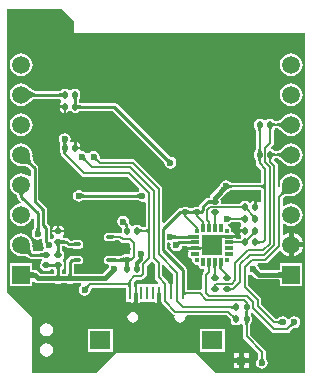
<source format=gbl>
G04*
G04 #@! TF.GenerationSoftware,Altium Limited,Altium Designer,19.1.9 (167)*
G04*
G04 Layer_Physical_Order=2*
G04 Layer_Color=16711680*
%FSLAX24Y24*%
%MOIN*%
G70*
G01*
G75*
%ADD10C,0.0059*%
%ADD11C,0.0079*%
%ADD12C,0.0098*%
%ADD30R,0.0315X0.0315*%
G04:AMPARAMS|DCode=32|XSize=23.6mil|YSize=17.7mil|CornerRadius=4.4mil|HoleSize=0mil|Usage=FLASHONLY|Rotation=270.000|XOffset=0mil|YOffset=0mil|HoleType=Round|Shape=RoundedRectangle|*
%AMROUNDEDRECTD32*
21,1,0.0236,0.0089,0,0,270.0*
21,1,0.0148,0.0177,0,0,270.0*
1,1,0.0089,-0.0044,-0.0074*
1,1,0.0089,-0.0044,0.0074*
1,1,0.0089,0.0044,0.0074*
1,1,0.0089,0.0044,-0.0074*
%
%ADD32ROUNDEDRECTD32*%
G04:AMPARAMS|DCode=35|XSize=23.6mil|YSize=17.7mil|CornerRadius=4.4mil|HoleSize=0mil|Usage=FLASHONLY|Rotation=0.000|XOffset=0mil|YOffset=0mil|HoleType=Round|Shape=RoundedRectangle|*
%AMROUNDEDRECTD35*
21,1,0.0236,0.0089,0,0,0.0*
21,1,0.0148,0.0177,0,0,0.0*
1,1,0.0089,0.0074,-0.0044*
1,1,0.0089,-0.0074,-0.0044*
1,1,0.0089,-0.0074,0.0044*
1,1,0.0089,0.0074,0.0044*
%
%ADD35ROUNDEDRECTD35*%
%ADD42C,0.0157*%
%ADD43C,0.0118*%
%ADD44C,0.0039*%
%ADD45C,0.0591*%
%ADD46R,0.0591X0.0591*%
%ADD47C,0.0236*%
%ADD48R,0.0709X0.0709*%
G04:AMPARAMS|DCode=49|XSize=11.8mil|YSize=27.6mil|CornerRadius=3mil|HoleSize=0mil|Usage=FLASHONLY|Rotation=0.000|XOffset=0mil|YOffset=0mil|HoleType=Round|Shape=RoundedRectangle|*
%AMROUNDEDRECTD49*
21,1,0.0118,0.0217,0,0,0.0*
21,1,0.0059,0.0276,0,0,0.0*
1,1,0.0059,0.0030,-0.0108*
1,1,0.0059,-0.0030,-0.0108*
1,1,0.0059,-0.0030,0.0108*
1,1,0.0059,0.0030,0.0108*
%
%ADD49ROUNDEDRECTD49*%
G04:AMPARAMS|DCode=50|XSize=13.8mil|YSize=13.8mil|CornerRadius=3.4mil|HoleSize=0mil|Usage=FLASHONLY|Rotation=0.000|XOffset=0mil|YOffset=0mil|HoleType=Round|Shape=RoundedRectangle|*
%AMROUNDEDRECTD50*
21,1,0.0138,0.0069,0,0,0.0*
21,1,0.0069,0.0138,0,0,0.0*
1,1,0.0069,0.0034,-0.0034*
1,1,0.0069,-0.0034,-0.0034*
1,1,0.0069,-0.0034,0.0034*
1,1,0.0069,0.0034,0.0034*
%
%ADD50ROUNDEDRECTD50*%
G04:AMPARAMS|DCode=51|XSize=11.8mil|YSize=27.6mil|CornerRadius=3mil|HoleSize=0mil|Usage=FLASHONLY|Rotation=270.000|XOffset=0mil|YOffset=0mil|HoleType=Round|Shape=RoundedRectangle|*
%AMROUNDEDRECTD51*
21,1,0.0118,0.0217,0,0,270.0*
21,1,0.0059,0.0276,0,0,270.0*
1,1,0.0059,-0.0108,-0.0030*
1,1,0.0059,-0.0108,0.0030*
1,1,0.0059,0.0108,0.0030*
1,1,0.0059,0.0108,-0.0030*
%
%ADD51ROUNDEDRECTD51*%
G04:AMPARAMS|DCode=52|XSize=13.8mil|YSize=13.8mil|CornerRadius=3.4mil|HoleSize=0mil|Usage=FLASHONLY|Rotation=270.000|XOffset=0mil|YOffset=0mil|HoleType=Round|Shape=RoundedRectangle|*
%AMROUNDEDRECTD52*
21,1,0.0138,0.0069,0,0,270.0*
21,1,0.0069,0.0138,0,0,270.0*
1,1,0.0069,-0.0034,-0.0034*
1,1,0.0069,-0.0034,0.0034*
1,1,0.0069,0.0034,0.0034*
1,1,0.0069,0.0034,-0.0034*
%
%ADD52ROUNDEDRECTD52*%
%ADD53R,0.0091X0.0325*%
%ADD54R,0.0591X0.0689*%
G04:AMPARAMS|DCode=55|XSize=12.2mil|YSize=23.6mil|CornerRadius=3.1mil|HoleSize=0mil|Usage=FLASHONLY|Rotation=270.000|XOffset=0mil|YOffset=0mil|HoleType=Round|Shape=RoundedRectangle|*
%AMROUNDEDRECTD55*
21,1,0.0122,0.0175,0,0,270.0*
21,1,0.0061,0.0236,0,0,270.0*
1,1,0.0061,-0.0088,-0.0031*
1,1,0.0061,-0.0088,0.0031*
1,1,0.0061,0.0088,0.0031*
1,1,0.0061,0.0088,-0.0031*
%
%ADD55ROUNDEDRECTD55*%
%ADD56R,0.0098X0.0433*%
%ADD57R,0.0669X0.0591*%
G36*
X2283Y11811D02*
Y11417D01*
X9998D01*
Y80D01*
X7041D01*
X6395Y726D01*
X6395Y726D01*
X6369Y743D01*
X6339Y750D01*
X3740D01*
X3709Y743D01*
X3683Y726D01*
X3038Y80D01*
X907D01*
Y1870D01*
X901Y1901D01*
X884Y1927D01*
X80Y2730D01*
Y12205D01*
X1890D01*
X2283Y11811D01*
D02*
G37*
%LPC*%
G36*
X9539Y10732D02*
X9442Y10719D01*
X9351Y10681D01*
X9273Y10621D01*
X9213Y10543D01*
X9175Y10452D01*
X9162Y10354D01*
X9175Y10257D01*
X9213Y10166D01*
X9273Y10088D01*
X9351Y10028D01*
X9442Y9990D01*
X9539Y9977D01*
X9637Y9990D01*
X9728Y10028D01*
X9806Y10088D01*
X9866Y10166D01*
X9904Y10257D01*
X9917Y10354D01*
X9904Y10452D01*
X9866Y10543D01*
X9806Y10621D01*
X9728Y10681D01*
X9637Y10719D01*
X9539Y10732D01*
D02*
G37*
G36*
X539D02*
X442Y10719D01*
X351Y10681D01*
X273Y10621D01*
X213Y10543D01*
X175Y10452D01*
X162Y10354D01*
X175Y10257D01*
X213Y10166D01*
X273Y10088D01*
X351Y10028D01*
X442Y9990D01*
X539Y9977D01*
X637Y9990D01*
X728Y10028D01*
X806Y10088D01*
X866Y10166D01*
X904Y10257D01*
X917Y10354D01*
X904Y10452D01*
X866Y10543D01*
X806Y10621D01*
X728Y10681D01*
X637Y10719D01*
X539Y10732D01*
D02*
G37*
G36*
X9539Y9732D02*
X9442Y9719D01*
X9351Y9681D01*
X9273Y9621D01*
X9213Y9543D01*
X9175Y9452D01*
X9162Y9354D01*
X9175Y9257D01*
X9213Y9166D01*
X9273Y9088D01*
X9351Y9028D01*
X9442Y8990D01*
X9539Y8977D01*
X9637Y8990D01*
X9728Y9028D01*
X9806Y9088D01*
X9866Y9166D01*
X9904Y9257D01*
X9917Y9354D01*
X9904Y9452D01*
X9866Y9543D01*
X9806Y9621D01*
X9728Y9681D01*
X9637Y9719D01*
X9539Y9732D01*
D02*
G37*
G36*
X1949Y8917D02*
X1818D01*
Y8883D01*
X1828Y8835D01*
X1855Y8794D01*
X1896Y8767D01*
X1944Y8757D01*
X1949D01*
Y8917D01*
D02*
G37*
G36*
X9539Y8732D02*
X9442Y8719D01*
X9351Y8681D01*
X9273Y8621D01*
X9265Y8611D01*
X9241Y8588D01*
X9185Y8537D01*
X9161Y8519D01*
X9138Y8503D01*
X9118Y8491D01*
X9101Y8483D01*
X9087Y8477D01*
X9076Y8475D01*
X9075Y8475D01*
X8999D01*
X8999Y8476D01*
X8972Y8517D01*
X8931Y8544D01*
X8883Y8554D01*
X8794D01*
X8746Y8544D01*
X8706Y8517D01*
X8695Y8501D01*
X8628D01*
X8617Y8517D01*
X8577Y8544D01*
X8529Y8554D01*
X8440D01*
X8392Y8544D01*
X8351Y8517D01*
X8324Y8476D01*
X8315Y8428D01*
Y8281D01*
X8324Y8233D01*
X8339Y8210D01*
X8339Y8209D01*
X8340Y8208D01*
X8351Y8192D01*
X8360Y8186D01*
X8360Y8186D01*
X8361Y8185D01*
X8362Y8183D01*
X8363Y8179D01*
X8364Y8173D01*
X8364Y8172D01*
Y7537D01*
X8364Y7535D01*
X8363Y7530D01*
X8362Y7526D01*
X8361Y7524D01*
X8360Y7523D01*
X8360Y7522D01*
X8351Y7517D01*
X8340Y7500D01*
X8339Y7499D01*
X8339Y7499D01*
X8324Y7476D01*
X8315Y7428D01*
Y7281D01*
X8324Y7233D01*
X8339Y7210D01*
X8339Y7209D01*
X8340Y7208D01*
X8351Y7192D01*
X8360Y7186D01*
X8360Y7186D01*
X8361Y7185D01*
X8362Y7183D01*
X8363Y7179D01*
X8364Y7173D01*
X8364Y7172D01*
Y7067D01*
X8364Y7067D01*
X8373Y7021D01*
X8399Y6982D01*
X8541Y6840D01*
Y6420D01*
X7542D01*
X7534Y6420D01*
X7532Y6420D01*
X7528Y6421D01*
X7525Y6423D01*
X7521Y6425D01*
X7517Y6427D01*
X7513Y6430D01*
X7510Y6433D01*
X7504Y6441D01*
X7439Y6485D01*
X7362Y6500D01*
X7285Y6485D01*
X7220Y6441D01*
X7177Y6376D01*
X7168Y6334D01*
X7155Y6320D01*
X6875Y6039D01*
X6840Y5987D01*
X6828Y5925D01*
X6771Y5918D01*
X6752D01*
X6702Y5908D01*
X6660Y5880D01*
X6502Y5722D01*
X6474Y5680D01*
X6464Y5630D01*
Y5603D01*
X6324D01*
X6276Y5593D01*
X6236Y5567D01*
X6231Y5566D01*
X6223Y5565D01*
X6208Y5564D01*
X6194D01*
X6178Y5565D01*
X6170Y5566D01*
X6166Y5567D01*
X6126Y5593D01*
X6078Y5603D01*
X5930D01*
X5882Y5593D01*
X5841Y5566D01*
X5840Y5564D01*
X5827D01*
X5777Y5554D01*
X5735Y5525D01*
X5293Y5084D01*
X5239Y5106D01*
Y6220D01*
X5239Y6220D01*
X5229Y6267D01*
X5203Y6306D01*
X5203Y6306D01*
X4337Y7172D01*
X4298Y7198D01*
X4252Y7207D01*
X4252Y7207D01*
X3199D01*
X3161Y7246D01*
X3158Y7249D01*
X3157Y7252D01*
X3155Y7256D01*
X3154Y7260D01*
X3153Y7264D01*
X3152Y7269D01*
X3151Y7273D01*
X3153Y7283D01*
X3138Y7360D01*
X3095Y7425D01*
X3030Y7469D01*
X2953Y7484D01*
X2876Y7469D01*
X2811Y7425D01*
X2791Y7396D01*
X2720D01*
X2701Y7425D01*
X2636Y7469D01*
X2568Y7482D01*
X2556Y7487D01*
X2512Y7535D01*
Y7539D01*
X2343D01*
Y7579D01*
X2303D01*
Y7778D01*
X2298D01*
X2250Y7768D01*
X2243Y7764D01*
X2169Y7777D01*
X2167Y7779D01*
X2164Y7783D01*
X2174Y7797D01*
X2189Y7874D01*
X2174Y7951D01*
X2130Y8016D01*
X2065Y8059D01*
X1988Y8075D01*
X1911Y8059D01*
X1846Y8016D01*
X1803Y7951D01*
X1787Y7874D01*
X1803Y7797D01*
X1846Y7732D01*
X1843Y7724D01*
X1843Y7723D01*
X1828Y7701D01*
X1818Y7653D01*
Y7505D01*
X1828Y7457D01*
X1843Y7434D01*
X1843Y7434D01*
X1844Y7433D01*
X1855Y7416D01*
X1864Y7411D01*
X1864Y7410D01*
X1865Y7409D01*
X1866Y7407D01*
X1867Y7403D01*
X1868Y7398D01*
X1868Y7396D01*
Y7382D01*
X1868Y7382D01*
X1877Y7336D01*
X1903Y7297D01*
X2553Y6647D01*
X2592Y6621D01*
X2638Y6612D01*
X2638Y6612D01*
X4084D01*
X4474Y6222D01*
X4462Y6151D01*
X4425Y6126D01*
X4421Y6120D01*
X4421Y6120D01*
X4418Y6119D01*
X4416Y6118D01*
X4412Y6116D01*
X4408Y6115D01*
X4403Y6115D01*
X2624D01*
X2620Y6115D01*
X2615Y6116D01*
X2612Y6118D01*
X2609Y6119D01*
X2607Y6120D01*
X2607Y6120D01*
X2603Y6126D01*
X2537Y6170D01*
X2461Y6185D01*
X2384Y6170D01*
X2319Y6126D01*
X2275Y6061D01*
X2260Y5984D01*
X2275Y5907D01*
X2319Y5842D01*
X2384Y5799D01*
X2461Y5784D01*
X2537Y5799D01*
X2603Y5842D01*
X2607Y5849D01*
X2607Y5849D01*
X2609Y5850D01*
X2612Y5851D01*
X2615Y5852D01*
X2620Y5853D01*
X2624Y5854D01*
X4403D01*
X4408Y5853D01*
X4412Y5852D01*
X4416Y5851D01*
X4418Y5850D01*
X4421Y5849D01*
X4421Y5849D01*
X4425Y5842D01*
X4490Y5799D01*
X4567Y5784D01*
X4624Y5795D01*
X4683Y5759D01*
Y4943D01*
X4570D01*
X4570Y4945D01*
X4542Y4985D01*
X4502Y5013D01*
X4454Y5022D01*
X4365D01*
X4317Y5013D01*
X4276Y4985D01*
X4266Y4970D01*
X4225D01*
X4176Y5000D01*
X4176Y5000D01*
X4166Y5046D01*
X4140Y5085D01*
X4140Y5085D01*
X4133Y5093D01*
X4138Y5118D01*
X4122Y5195D01*
X4079Y5260D01*
X4014Y5304D01*
X3937Y5319D01*
X3860Y5304D01*
X3795Y5260D01*
X3752Y5195D01*
X3736Y5118D01*
X3752Y5041D01*
X3795Y4976D01*
X3860Y4933D01*
X3861Y4932D01*
X3885Y4897D01*
Y4789D01*
X3852Y4742D01*
X3828Y4737D01*
X3677D01*
X3662Y4738D01*
X3656Y4739D01*
X3652Y4740D01*
X3649Y4741D01*
X3647Y4742D01*
X3647Y4742D01*
X3644Y4743D01*
X3643Y4744D01*
X3634Y4750D01*
X3616Y4753D01*
X3614Y4754D01*
X3613Y4754D01*
X3592Y4758D01*
X3416D01*
X3374Y4750D01*
X3338Y4725D01*
X3313Y4689D01*
X3305Y4647D01*
Y4586D01*
X3313Y4543D01*
X3338Y4507D01*
X3374Y4483D01*
X3416Y4474D01*
X3592D01*
X3613Y4479D01*
X3614Y4479D01*
X3616Y4479D01*
X3634Y4483D01*
X3643Y4489D01*
X3644Y4489D01*
X3647Y4491D01*
X3647Y4491D01*
X3649Y4491D01*
X3652Y4492D01*
X3656Y4493D01*
X3661Y4494D01*
X3681Y4496D01*
X3799D01*
X3852Y4442D01*
X3891Y4416D01*
X3937Y4407D01*
X3937Y4407D01*
X4123D01*
X4164Y4366D01*
Y4057D01*
X4129Y4028D01*
X3981D01*
X3933Y4018D01*
X3912Y4004D01*
X3911Y4004D01*
X3911Y4003D01*
X3893Y3991D01*
X3888Y3984D01*
X3886Y3983D01*
X3880Y3982D01*
X3874Y3980D01*
X3858Y3979D01*
X3670D01*
X3653Y3979D01*
X3636Y3981D01*
X3634Y3982D01*
X3592Y3990D01*
X3416D01*
X3374Y3982D01*
X3338Y3958D01*
X3313Y3922D01*
X3305Y3879D01*
Y3818D01*
X3313Y3775D01*
X3338Y3739D01*
X3374Y3715D01*
X3416Y3707D01*
X3443D01*
X3475Y3647D01*
X3456Y3620D01*
X3448Y3578D01*
X3435Y3564D01*
X3260Y3389D01*
X2310D01*
X2297Y3389D01*
X2296Y3425D01*
Y3692D01*
X2314Y3707D01*
X2489D01*
X2532Y3715D01*
X2568Y3739D01*
X2592Y3775D01*
X2601Y3818D01*
Y3879D01*
X2592Y3922D01*
X2568Y3958D01*
X2532Y3982D01*
X2489Y3990D01*
X2314D01*
X2271Y3982D01*
X2267Y3979D01*
X2234D01*
X2184Y3969D01*
X2142Y3941D01*
X2073Y3872D01*
X2045Y3829D01*
X2035Y3780D01*
Y3392D01*
X1948Y3389D01*
X1916D01*
X1904Y3389D01*
X1902Y3425D01*
Y3498D01*
X1903Y3505D01*
X1903Y3508D01*
X1934Y3528D01*
X1961Y3569D01*
X1971Y3617D01*
Y3706D01*
X1961Y3754D01*
X1934Y3794D01*
X1918Y3805D01*
Y3872D01*
X1934Y3883D01*
X1961Y3923D01*
X1971Y3971D01*
Y4060D01*
X1961Y4108D01*
X1934Y4149D01*
X1903Y4169D01*
X1903Y4173D01*
X1902Y4179D01*
Y4286D01*
X1903Y4292D01*
X1903Y4295D01*
X1933Y4315D01*
X1938Y4316D01*
X1946Y4317D01*
X1961Y4318D01*
X1993D01*
X2044Y4268D01*
X2086Y4240D01*
X2136Y4230D01*
X2235D01*
X2252Y4229D01*
X2270Y4228D01*
X2271Y4227D01*
X2314Y4218D01*
X2489D01*
X2532Y4227D01*
X2568Y4251D01*
X2592Y4287D01*
X2601Y4330D01*
Y4391D01*
X2592Y4433D01*
X2568Y4470D01*
X2532Y4494D01*
X2489Y4502D01*
X2314D01*
X2275Y4494D01*
X2221Y4491D01*
X2190D01*
X2139Y4541D01*
X2097Y4569D01*
X2047Y4579D01*
X1961D01*
X1946Y4580D01*
X1938Y4581D01*
X1933Y4582D01*
X1918Y4592D01*
Y4660D01*
X1934Y4670D01*
X1961Y4711D01*
X1971Y4759D01*
Y4764D01*
X1572D01*
Y4759D01*
X1582Y4711D01*
X1609Y4670D01*
X1625Y4660D01*
Y4592D01*
X1609Y4582D01*
X1594Y4560D01*
X1567Y4531D01*
X1508Y4552D01*
Y4921D01*
X1498Y4971D01*
X1470Y5014D01*
X1410Y5074D01*
Y5512D01*
X1400Y5562D01*
X1372Y5604D01*
X1115Y5861D01*
Y6909D01*
X1105Y6959D01*
X1076Y7002D01*
X956Y7122D01*
X949Y7133D01*
X942Y7147D01*
X935Y7165D01*
X929Y7187D01*
X924Y7212D01*
X920Y7241D01*
X915Y7312D01*
X915Y7342D01*
X917Y7354D01*
X904Y7452D01*
X866Y7543D01*
X806Y7621D01*
X728Y7681D01*
X637Y7719D01*
X539Y7732D01*
X442Y7719D01*
X351Y7681D01*
X273Y7621D01*
X213Y7543D01*
X175Y7452D01*
X162Y7354D01*
X175Y7257D01*
X213Y7166D01*
X273Y7088D01*
X351Y7028D01*
X442Y6990D01*
X539Y6977D01*
X552Y6979D01*
X582Y6978D01*
X653Y6974D01*
X681Y6970D01*
X707Y6964D01*
X729Y6958D01*
X747Y6952D01*
X761Y6945D01*
X771Y6938D01*
X854Y6855D01*
Y6648D01*
X795Y6630D01*
X728Y6681D01*
X637Y6719D01*
X539Y6732D01*
X442Y6719D01*
X351Y6681D01*
X273Y6621D01*
X213Y6543D01*
X175Y6452D01*
X162Y6354D01*
X175Y6257D01*
X213Y6166D01*
X273Y6088D01*
X351Y6028D01*
X380Y6016D01*
X383Y6013D01*
X392Y6008D01*
X395Y6006D01*
X398Y6004D01*
X400Y6001D01*
X402Y5998D01*
X404Y5994D01*
X406Y5987D01*
X408Y5979D01*
X409Y5973D01*
Y5957D01*
X419Y5907D01*
X447Y5864D01*
X523Y5789D01*
X501Y5727D01*
X442Y5719D01*
X351Y5681D01*
X273Y5621D01*
X213Y5543D01*
X175Y5452D01*
X162Y5354D01*
X175Y5257D01*
X213Y5166D01*
X273Y5088D01*
X351Y5028D01*
X442Y4990D01*
X539Y4977D01*
X637Y4990D01*
X728Y5028D01*
X806Y5088D01*
X866Y5166D01*
X893Y5231D01*
X952Y5219D01*
Y4888D01*
X952Y4884D01*
X951Y4879D01*
X949Y4876D01*
X948Y4873D01*
X947Y4871D01*
X947Y4871D01*
X941Y4866D01*
X897Y4801D01*
X882Y4724D01*
X897Y4648D01*
X941Y4582D01*
X1006Y4539D01*
X1083Y4524D01*
X1159Y4539D01*
X1188Y4558D01*
X1247Y4527D01*
Y4429D01*
X1257Y4379D01*
X1279Y4347D01*
X1276Y4331D01*
X1291Y4254D01*
X1299Y4242D01*
X1299Y4242D01*
X1270Y4179D01*
X1256Y4176D01*
X1216Y4149D01*
X1212Y4148D01*
X1203Y4147D01*
X1188Y4146D01*
X942D01*
X942Y4147D01*
X935Y4165D01*
X929Y4187D01*
X924Y4212D01*
X920Y4241D01*
X915Y4312D01*
X915Y4342D01*
X917Y4354D01*
X904Y4452D01*
X866Y4543D01*
X806Y4621D01*
X728Y4681D01*
X637Y4719D01*
X539Y4732D01*
X442Y4719D01*
X351Y4681D01*
X273Y4621D01*
X213Y4543D01*
X175Y4452D01*
X162Y4354D01*
X175Y4257D01*
X213Y4166D01*
X273Y4088D01*
X351Y4028D01*
X442Y3990D01*
X539Y3977D01*
X552Y3979D01*
X582Y3979D01*
X653Y3974D01*
X681Y3970D01*
X707Y3964D01*
X729Y3958D01*
X747Y3952D01*
X761Y3945D01*
X771Y3938D01*
X786Y3923D01*
X828Y3895D01*
X878Y3885D01*
X1188D01*
X1203Y3884D01*
X1212Y3883D01*
X1216Y3882D01*
X1231Y3872D01*
Y3805D01*
X1215Y3794D01*
X1188Y3754D01*
X1179Y3706D01*
Y3617D01*
X1188Y3569D01*
X1215Y3528D01*
X1256Y3501D01*
X1304Y3492D01*
X1452D01*
X1500Y3501D01*
X1540Y3528D01*
X1544Y3529D01*
X1552Y3530D01*
X1568Y3531D01*
X1582D01*
X1597Y3530D01*
X1605Y3529D01*
X1610Y3528D01*
X1640Y3508D01*
X1641Y3505D01*
X1641Y3498D01*
Y3392D01*
X1555Y3389D01*
X1169D01*
X1098Y3460D01*
X1098Y3460D01*
X1090Y3468D01*
X1038Y3503D01*
X976Y3515D01*
X976Y3515D01*
X941D01*
X934Y3515D01*
X918Y3518D01*
X913Y3519D01*
Y3728D01*
X165D01*
Y2980D01*
X913D01*
Y3107D01*
X972Y3131D01*
X989Y3115D01*
X989Y3115D01*
X1041Y3080D01*
X1102Y3068D01*
X1102Y3068D01*
X1627D01*
X1656Y3066D01*
X1660Y3066D01*
X1698Y3059D01*
X1845D01*
X1869Y3063D01*
X1989Y3068D01*
X2021D01*
X2050Y3066D01*
X2054Y3066D01*
X2092Y3059D01*
X2239D01*
X2263Y3063D01*
X2382Y3068D01*
X2516D01*
X2534Y3009D01*
X2516Y2996D01*
X2472Y2931D01*
X2457Y2854D01*
X2472Y2778D01*
X2516Y2712D01*
X2581Y2669D01*
X2657Y2654D01*
X2734Y2669D01*
X2799Y2712D01*
X2843Y2778D01*
X2858Y2854D01*
X2856Y2864D01*
X2891Y2911D01*
X4026D01*
Y2441D01*
X4203D01*
Y2421D01*
X4272D01*
Y2441D01*
X4282D01*
Y2736D01*
X4419D01*
Y2441D01*
X4429D01*
Y2421D01*
X4498D01*
Y2441D01*
X4990D01*
Y2421D01*
X5059D01*
Y2441D01*
X5069D01*
Y2736D01*
X5207D01*
Y2523D01*
X5206Y2521D01*
X5207Y2519D01*
X5206Y2518D01*
X5207Y2516D01*
Y2441D01*
X5217D01*
Y2421D01*
X5222D01*
X5223Y2415D01*
X5249Y2375D01*
X5584Y2041D01*
X5623Y2015D01*
X5630Y2013D01*
X5660Y1998D01*
X5646Y1929D01*
X5660Y1860D01*
X5699Y1801D01*
X5758Y1762D01*
X5827Y1749D01*
X5896Y1762D01*
X5954Y1801D01*
X5994Y1860D01*
X6007Y1929D01*
X6004Y1946D01*
X6052Y2006D01*
X7391D01*
X7513Y1884D01*
X7518Y1878D01*
X7526Y1868D01*
X7527Y1866D01*
Y1796D01*
X7537Y1748D01*
X7564Y1708D01*
X7605Y1680D01*
X7653Y1671D01*
X7741D01*
X7789Y1680D01*
X7830Y1708D01*
X7833Y1713D01*
X7895Y1717D01*
X7931Y1678D01*
Y1299D01*
X7931Y1299D01*
X7940Y1253D01*
X7966Y1214D01*
X8443Y738D01*
Y586D01*
X8442Y582D01*
X8441Y579D01*
X8439Y575D01*
X8437Y571D01*
X8435Y568D01*
X8432Y563D01*
X8430Y560D01*
X8421Y555D01*
X8378Y489D01*
X8362Y413D01*
X8378Y336D01*
X8421Y271D01*
X8486Y227D01*
X8563Y212D01*
X8640Y227D01*
X8705Y271D01*
X8748Y336D01*
X8764Y413D01*
X8748Y489D01*
X8705Y555D01*
X8696Y560D01*
X8694Y563D01*
X8691Y568D01*
X8689Y571D01*
X8687Y575D01*
X8685Y579D01*
X8684Y582D01*
X8683Y586D01*
Y787D01*
X8674Y833D01*
X8648Y873D01*
X8172Y1349D01*
Y1688D01*
X8172Y1689D01*
X8173Y1694D01*
X8174Y1698D01*
X8174Y1701D01*
X8175Y1701D01*
X8176Y1702D01*
X8184Y1708D01*
X8195Y1724D01*
X8196Y1725D01*
X8196Y1726D01*
X8211Y1748D01*
X8221Y1796D01*
Y1944D01*
X8211Y1992D01*
X8196Y2014D01*
X8196Y2015D01*
X8195Y2016D01*
X8184Y2033D01*
X8203Y2072D01*
X8265Y2076D01*
X8891Y1450D01*
X8930Y1424D01*
X8976Y1415D01*
X8976Y1415D01*
X9409D01*
X9409Y1415D01*
X9456Y1424D01*
X9495Y1450D01*
X9608Y1564D01*
X9611Y1566D01*
X9615Y1568D01*
X9618Y1569D01*
X9622Y1571D01*
X9627Y1572D01*
X9632Y1573D01*
X9636Y1573D01*
X9646Y1571D01*
X9722Y1586D01*
X9788Y1630D01*
X9831Y1695D01*
X9846Y1772D01*
X9831Y1848D01*
X9788Y1914D01*
X9722Y1957D01*
X9646Y1972D01*
X9569Y1957D01*
X9504Y1914D01*
X9484Y1885D01*
X9413D01*
X9394Y1914D01*
X9329Y1957D01*
X9252Y1972D01*
X9175Y1957D01*
X9110Y1914D01*
X9104Y1905D01*
X9101Y1902D01*
X9097Y1900D01*
X9093Y1897D01*
X9089Y1895D01*
X9086Y1894D01*
X9082Y1893D01*
X9079Y1892D01*
X9026D01*
X8546Y2373D01*
Y2520D01*
X8546Y2520D01*
X8536Y2566D01*
X8510Y2605D01*
X8113Y3003D01*
Y3339D01*
X8172Y3371D01*
X8191Y3358D01*
X8233Y3350D01*
X8247Y3337D01*
X8343Y3241D01*
X8343Y3241D01*
X8395Y3206D01*
X8457Y3194D01*
X9123D01*
X9135Y3193D01*
X9152Y3190D01*
X9164Y3187D01*
X9165Y3186D01*
Y2980D01*
X9913D01*
Y3728D01*
X9165D01*
Y3523D01*
X9164Y3522D01*
X9152Y3519D01*
X9135Y3516D01*
X9123Y3515D01*
X8523D01*
X8462Y3576D01*
X8453Y3620D01*
X8414Y3679D01*
X8421Y3708D01*
X8437Y3738D01*
X8681D01*
X8681Y3738D01*
X8727Y3747D01*
X8766Y3773D01*
X9141Y4148D01*
X9212Y4135D01*
X9259Y4074D01*
X9341Y4010D01*
X9437Y3971D01*
X9461Y3968D01*
Y4354D01*
Y4741D01*
X9437Y4738D01*
X9341Y4698D01*
X9313Y4677D01*
X9254Y4706D01*
Y5027D01*
X9313Y5056D01*
X9351Y5028D01*
X9442Y4990D01*
X9539Y4977D01*
X9637Y4990D01*
X9728Y5028D01*
X9806Y5088D01*
X9866Y5166D01*
X9904Y5257D01*
X9917Y5354D01*
X9904Y5452D01*
X9866Y5543D01*
X9806Y5621D01*
X9728Y5681D01*
X9637Y5719D01*
X9539Y5732D01*
X9442Y5719D01*
X9351Y5681D01*
X9313Y5652D01*
X9254Y5681D01*
Y5899D01*
X9296Y5941D01*
X9297Y5942D01*
X9306Y5947D01*
X9320Y5954D01*
X9338Y5960D01*
X9361Y5966D01*
X9388Y5970D01*
X9418Y5974D01*
X9494Y5979D01*
X9527Y5979D01*
X9539Y5977D01*
X9637Y5990D01*
X9728Y6028D01*
X9806Y6088D01*
X9866Y6166D01*
X9904Y6257D01*
X9917Y6354D01*
X9904Y6452D01*
X9866Y6543D01*
X9806Y6621D01*
X9728Y6681D01*
X9637Y6719D01*
X9539Y6732D01*
X9442Y6719D01*
X9351Y6681D01*
X9273Y6621D01*
X9213Y6543D01*
X9175Y6452D01*
X9162Y6354D01*
X9164Y6342D01*
X9164Y6309D01*
X9161Y6262D01*
X9156Y6256D01*
X9097Y6280D01*
Y6988D01*
X9097Y6988D01*
X9088Y7034D01*
X9062Y7073D01*
X8997Y7138D01*
X8975Y7185D01*
X9006Y7234D01*
X9075D01*
X9076Y7234D01*
X9087Y7231D01*
X9101Y7226D01*
X9118Y7218D01*
X9138Y7206D01*
X9161Y7190D01*
X9185Y7171D01*
X9241Y7121D01*
X9265Y7098D01*
X9273Y7088D01*
X9351Y7028D01*
X9442Y6990D01*
X9539Y6977D01*
X9637Y6990D01*
X9728Y7028D01*
X9806Y7088D01*
X9866Y7166D01*
X9904Y7257D01*
X9917Y7354D01*
X9904Y7452D01*
X9866Y7543D01*
X9806Y7621D01*
X9728Y7681D01*
X9637Y7719D01*
X9539Y7732D01*
X9442Y7719D01*
X9351Y7681D01*
X9273Y7621D01*
X9265Y7611D01*
X9241Y7588D01*
X9185Y7537D01*
X9161Y7519D01*
X9138Y7503D01*
X9118Y7491D01*
X9101Y7483D01*
X9087Y7477D01*
X9076Y7475D01*
X9075Y7475D01*
X8999D01*
X8999Y7476D01*
X8972Y7517D01*
X8931Y7544D01*
X8889Y7552D01*
X8872Y7580D01*
X8861Y7608D01*
X8924Y7671D01*
X8950Y7710D01*
X8959Y7756D01*
Y8172D01*
X8959Y8173D01*
X8960Y8179D01*
X8961Y8183D01*
X8962Y8185D01*
X8963Y8186D01*
X8963Y8186D01*
X8972Y8192D01*
X8983Y8208D01*
X8983Y8209D01*
X8984Y8210D01*
X8999Y8233D01*
X8999Y8234D01*
X9075D01*
X9076Y8234D01*
X9087Y8231D01*
X9101Y8226D01*
X9118Y8218D01*
X9138Y8206D01*
X9161Y8190D01*
X9185Y8171D01*
X9241Y8121D01*
X9265Y8098D01*
X9273Y8088D01*
X9351Y8028D01*
X9442Y7990D01*
X9539Y7977D01*
X9637Y7990D01*
X9728Y8028D01*
X9806Y8088D01*
X9866Y8166D01*
X9904Y8257D01*
X9917Y8354D01*
X9904Y8452D01*
X9866Y8543D01*
X9806Y8621D01*
X9728Y8681D01*
X9637Y8719D01*
X9539Y8732D01*
D02*
G37*
G36*
X539D02*
X442Y8719D01*
X351Y8681D01*
X273Y8621D01*
X213Y8543D01*
X175Y8452D01*
X162Y8354D01*
X175Y8257D01*
X213Y8166D01*
X273Y8088D01*
X351Y8028D01*
X442Y7990D01*
X539Y7977D01*
X637Y7990D01*
X728Y8028D01*
X806Y8088D01*
X866Y8166D01*
X904Y8257D01*
X917Y8354D01*
X904Y8452D01*
X866Y8543D01*
X806Y8621D01*
X728Y8681D01*
X637Y8719D01*
X539Y8732D01*
D02*
G37*
G36*
X2387Y7778D02*
X2382D01*
Y7618D01*
X2512D01*
Y7653D01*
X2503Y7701D01*
X2476Y7741D01*
X2435Y7768D01*
X2387Y7778D01*
D02*
G37*
G36*
X539Y9732D02*
X442Y9719D01*
X351Y9681D01*
X273Y9621D01*
X213Y9543D01*
X175Y9452D01*
X162Y9354D01*
X175Y9257D01*
X213Y9166D01*
X273Y9088D01*
X351Y9028D01*
X442Y8990D01*
X539Y8977D01*
X637Y8990D01*
X728Y9028D01*
X806Y9088D01*
X814Y9097D01*
X835Y9119D01*
X889Y9166D01*
X912Y9183D01*
X934Y9197D01*
X953Y9208D01*
X971Y9216D01*
X986Y9221D01*
X998Y9224D01*
X1825D01*
X1831Y9223D01*
X1834Y9223D01*
X1855Y9192D01*
X1856Y9191D01*
Y9120D01*
X1855Y9119D01*
X1828Y9079D01*
X1818Y9031D01*
Y8996D01*
X1988D01*
Y8957D01*
X2028D01*
Y8757D01*
X2032D01*
X2080Y8767D01*
X2121Y8794D01*
X2132Y8810D01*
X2199D01*
X2210Y8794D01*
X2250Y8767D01*
X2298Y8757D01*
X2387D01*
X2435Y8767D01*
X2476Y8794D01*
X2496Y8825D01*
X2499Y8826D01*
X2506Y8826D01*
X3588D01*
X5304Y7110D01*
X5306Y7107D01*
X5309Y7103D01*
X5311Y7099D01*
X5312Y7097D01*
X5313Y7094D01*
X5313Y7094D01*
X5311Y7087D01*
X5326Y7010D01*
X5370Y6945D01*
X5435Y6901D01*
X5512Y6886D01*
X5589Y6901D01*
X5654Y6945D01*
X5697Y7010D01*
X5713Y7087D01*
X5697Y7163D01*
X5654Y7229D01*
X5589Y7272D01*
X5512Y7287D01*
X5504Y7286D01*
X5504Y7286D01*
X5502Y7287D01*
X5499Y7288D01*
X5496Y7290D01*
X5492Y7292D01*
X5488Y7294D01*
X3734Y9049D01*
X3692Y9077D01*
X3642Y9087D01*
X2506D01*
X2499Y9088D01*
X2496Y9088D01*
X2476Y9118D01*
X2475Y9123D01*
X2474Y9131D01*
X2473Y9146D01*
Y9165D01*
X2474Y9180D01*
X2475Y9188D01*
X2476Y9193D01*
X2503Y9233D01*
X2512Y9281D01*
Y9428D01*
X2503Y9476D01*
X2476Y9517D01*
X2435Y9544D01*
X2387Y9554D01*
X2298D01*
X2250Y9544D01*
X2210Y9517D01*
X2199Y9501D01*
X2132D01*
X2121Y9517D01*
X2080Y9544D01*
X2032Y9554D01*
X1944D01*
X1896Y9544D01*
X1855Y9517D01*
X1834Y9486D01*
X1831Y9485D01*
X1825Y9485D01*
X998D01*
X986Y9487D01*
X971Y9492D01*
X953Y9500D01*
X934Y9512D01*
X912Y9526D01*
X889Y9543D01*
X835Y9590D01*
X814Y9611D01*
X806Y9621D01*
X728Y9681D01*
X637Y9719D01*
X539Y9732D01*
D02*
G37*
G36*
X1845Y4973D02*
X1811D01*
Y4843D01*
X1971D01*
Y4847D01*
X1961Y4895D01*
X1934Y4936D01*
X1893Y4963D01*
X1845Y4973D01*
D02*
G37*
G36*
X1732D02*
X1698D01*
X1650Y4963D01*
X1609Y4936D01*
X1582Y4895D01*
X1572Y4847D01*
Y4843D01*
X1732D01*
Y4973D01*
D02*
G37*
G36*
X9618Y4741D02*
Y4433D01*
X9926D01*
X9923Y4457D01*
X9883Y4553D01*
X9820Y4635D01*
X9738Y4698D01*
X9642Y4738D01*
X9618Y4741D01*
D02*
G37*
G36*
X9926Y4276D02*
X9618D01*
Y3968D01*
X9642Y3971D01*
X9738Y4010D01*
X9820Y4074D01*
X9883Y4156D01*
X9923Y4252D01*
X9926Y4276D01*
D02*
G37*
G36*
X4252Y2110D02*
X4183Y2096D01*
X4124Y2057D01*
X4085Y1998D01*
X4071Y1929D01*
X4085Y1860D01*
X4124Y1801D01*
X4183Y1762D01*
X4252Y1749D01*
X4321Y1762D01*
X4380Y1801D01*
X4419Y1860D01*
X4433Y1929D01*
X4419Y1998D01*
X4380Y2057D01*
X4321Y2096D01*
X4252Y2110D01*
D02*
G37*
G36*
X1378Y1737D02*
X1293Y1720D01*
X1222Y1672D01*
X1174Y1600D01*
X1157Y1516D01*
X1174Y1431D01*
X1222Y1360D01*
X1293Y1312D01*
X1378Y1295D01*
X1462Y1312D01*
X1534Y1360D01*
X1582Y1431D01*
X1599Y1516D01*
X1582Y1600D01*
X1534Y1672D01*
X1462Y1720D01*
X1378Y1737D01*
D02*
G37*
G36*
X7323Y1535D02*
X6496D01*
Y787D01*
X7323D01*
Y1535D01*
D02*
G37*
G36*
X3583D02*
X2756D01*
Y787D01*
X3583D01*
Y1535D01*
D02*
G37*
G36*
X1378Y1067D02*
X1293Y1050D01*
X1222Y1003D01*
X1174Y931D01*
X1157Y846D01*
X1174Y762D01*
X1222Y690D01*
X1293Y642D01*
X1378Y626D01*
X1462Y642D01*
X1534Y690D01*
X1582Y762D01*
X1599Y846D01*
X1582Y931D01*
X1534Y1003D01*
X1462Y1050D01*
X1378Y1067D01*
D02*
G37*
G36*
X8130Y748D02*
X7953D01*
Y571D01*
X8130D01*
Y748D01*
D02*
G37*
G36*
X7795D02*
X7618D01*
Y571D01*
X7795D01*
Y748D01*
D02*
G37*
G36*
X8130Y413D02*
X7953D01*
Y236D01*
X8130D01*
Y413D01*
D02*
G37*
G36*
X7795D02*
X7618D01*
Y236D01*
X7795D01*
Y413D01*
D02*
G37*
%LPD*%
G36*
X8925Y8425D02*
X8928Y8419D01*
X8932Y8413D01*
X8938Y8408D01*
X8945Y8403D01*
X8954Y8400D01*
X8964Y8397D01*
X8976Y8395D01*
X8990Y8394D01*
X9006Y8394D01*
Y8315D01*
X8990Y8315D01*
X8976Y8313D01*
X8964Y8311D01*
X8954Y8309D01*
X8945Y8305D01*
X8938Y8301D01*
X8932Y8296D01*
X8928Y8290D01*
X8925Y8283D01*
X8925Y8276D01*
Y8433D01*
X8925Y8425D01*
D02*
G37*
G36*
X8907Y8244D02*
X8901Y8238D01*
X8896Y8231D01*
X8891Y8223D01*
X8887Y8215D01*
X8884Y8205D01*
X8881Y8194D01*
X8879Y8183D01*
X8878Y8171D01*
X8878Y8158D01*
X8799D01*
X8799Y8171D01*
X8798Y8183D01*
X8796Y8194D01*
X8793Y8205D01*
X8790Y8215D01*
X8786Y8223D01*
X8782Y8231D01*
X8776Y8238D01*
X8770Y8244D01*
X8763Y8249D01*
X8914D01*
X8907Y8244D01*
D02*
G37*
G36*
X8553D02*
X8547Y8238D01*
X8541Y8231D01*
X8537Y8223D01*
X8533Y8215D01*
X8529Y8205D01*
X8527Y8194D01*
X8525Y8183D01*
X8524Y8171D01*
X8524Y8158D01*
X8445D01*
X8445Y8171D01*
X8443Y8183D01*
X8442Y8194D01*
X8439Y8205D01*
X8436Y8215D01*
X8432Y8223D01*
X8427Y8231D01*
X8422Y8238D01*
X8416Y8244D01*
X8409Y8249D01*
X8560D01*
X8553Y8244D01*
D02*
G37*
G36*
X9329Y8148D02*
X9296Y8179D01*
X9236Y8233D01*
X9208Y8255D01*
X9182Y8273D01*
X9157Y8288D01*
X9133Y8300D01*
X9110Y8308D01*
X9089Y8313D01*
X9070Y8315D01*
X9070Y8394D01*
X9089Y8395D01*
X9110Y8400D01*
X9133Y8409D01*
X9157Y8420D01*
X9182Y8436D01*
X9208Y8454D01*
X9236Y8476D01*
X9296Y8529D01*
X9329Y8561D01*
X9329Y8148D01*
D02*
G37*
G36*
X2063Y7781D02*
X2055Y7772D01*
X2049Y7763D01*
X2043Y7754D01*
X2038Y7744D01*
X2034Y7734D01*
X2033Y7729D01*
X2033Y7728D01*
X2037Y7719D01*
X2041Y7710D01*
X2045Y7702D01*
X2051Y7695D01*
X2057Y7689D01*
X2064Y7684D01*
X1913D01*
X1920Y7689D01*
X1926Y7695D01*
X1931Y7702D01*
X1936Y7710D01*
X1940Y7719D01*
X1943Y7728D01*
X1943Y7729D01*
X1942Y7734D01*
X1938Y7744D01*
X1933Y7754D01*
X1928Y7763D01*
X1921Y7772D01*
X1914Y7781D01*
X1906Y7790D01*
X2071D01*
X2063Y7781D01*
D02*
G37*
G36*
X8524Y7538D02*
X8525Y7526D01*
X8527Y7514D01*
X8529Y7504D01*
X8533Y7494D01*
X8537Y7485D01*
X8541Y7478D01*
X8547Y7471D01*
X8553Y7464D01*
X8560Y7459D01*
X8409D01*
X8416Y7464D01*
X8422Y7471D01*
X8427Y7478D01*
X8432Y7485D01*
X8436Y7494D01*
X8439Y7504D01*
X8442Y7514D01*
X8443Y7526D01*
X8445Y7538D01*
X8445Y7551D01*
X8524D01*
X8524Y7538D01*
D02*
G37*
G36*
X2057Y7469D02*
X2051Y7462D01*
X2045Y7456D01*
X2041Y7448D01*
X2037Y7439D01*
X2033Y7429D01*
X2031Y7419D01*
X2029Y7408D01*
X2028Y7395D01*
X2028Y7382D01*
X1949D01*
X1948Y7395D01*
X1947Y7408D01*
X1946Y7419D01*
X1943Y7429D01*
X1940Y7439D01*
X1936Y7448D01*
X1931Y7456D01*
X1926Y7462D01*
X1920Y7469D01*
X1913Y7474D01*
X2064D01*
X2057Y7469D01*
D02*
G37*
G36*
X8925Y7425D02*
X8928Y7419D01*
X8932Y7413D01*
X8938Y7408D01*
X8945Y7403D01*
X8954Y7400D01*
X8964Y7397D01*
X8976Y7395D01*
X8990Y7394D01*
X9006Y7394D01*
Y7315D01*
X8990Y7315D01*
X8976Y7313D01*
X8964Y7311D01*
X8954Y7309D01*
X8945Y7305D01*
X8938Y7301D01*
X8932Y7296D01*
X8928Y7290D01*
X8925Y7283D01*
X8925Y7276D01*
Y7433D01*
X8925Y7425D01*
D02*
G37*
G36*
X8907Y7244D02*
X8901Y7238D01*
X8896Y7231D01*
X8891Y7223D01*
X8887Y7215D01*
X8884Y7205D01*
X8881Y7194D01*
X8879Y7183D01*
X8878Y7171D01*
X8878Y7158D01*
X8799D01*
X8799Y7171D01*
X8798Y7183D01*
X8796Y7194D01*
X8793Y7205D01*
X8790Y7215D01*
X8786Y7223D01*
X8782Y7231D01*
X8776Y7238D01*
X8770Y7244D01*
X8763Y7249D01*
X8914D01*
X8907Y7244D01*
D02*
G37*
G36*
X8553D02*
X8547Y7238D01*
X8541Y7231D01*
X8537Y7223D01*
X8533Y7215D01*
X8529Y7205D01*
X8527Y7194D01*
X8525Y7183D01*
X8524Y7171D01*
X8524Y7158D01*
X8445D01*
X8445Y7171D01*
X8443Y7183D01*
X8442Y7194D01*
X8439Y7205D01*
X8436Y7215D01*
X8432Y7223D01*
X8427Y7231D01*
X8422Y7238D01*
X8416Y7244D01*
X8409Y7249D01*
X8560D01*
X8553Y7244D01*
D02*
G37*
G36*
X9329Y7148D02*
X9296Y7179D01*
X9236Y7233D01*
X9208Y7255D01*
X9182Y7273D01*
X9157Y7288D01*
X9133Y7300D01*
X9110Y7308D01*
X9089Y7313D01*
X9070Y7315D01*
X9070Y7394D01*
X9089Y7395D01*
X9110Y7400D01*
X9133Y7409D01*
X9157Y7420D01*
X9182Y7436D01*
X9208Y7454D01*
X9236Y7476D01*
X9296Y7529D01*
X9329Y7561D01*
X9329Y7148D01*
D02*
G37*
G36*
X3071Y7270D02*
X3072Y7259D01*
X3074Y7248D01*
X3077Y7237D01*
X3080Y7227D01*
X3084Y7217D01*
X3090Y7208D01*
X3095Y7199D01*
X3102Y7191D01*
X3109Y7182D01*
X3054Y7127D01*
X3046Y7134D01*
X3037Y7141D01*
X3028Y7147D01*
X3019Y7152D01*
X3009Y7156D01*
X2999Y7159D01*
X2988Y7162D01*
X2977Y7164D01*
X2966Y7165D01*
X2954Y7165D01*
X3071Y7282D01*
X3071Y7270D01*
D02*
G37*
G36*
X2677D02*
X2679Y7259D01*
X2680Y7248D01*
X2683Y7237D01*
X2686Y7227D01*
X2691Y7217D01*
X2696Y7208D01*
X2702Y7199D01*
X2708Y7191D01*
X2716Y7182D01*
X2660Y7127D01*
X2652Y7134D01*
X2644Y7141D01*
X2635Y7147D01*
X2625Y7152D01*
X2616Y7156D01*
X2605Y7159D01*
X2595Y7162D01*
X2584Y7164D01*
X2572Y7165D01*
X2560Y7165D01*
X2677Y7282D01*
X2677Y7270D01*
D02*
G37*
G36*
X835Y7309D02*
X840Y7232D01*
X845Y7199D01*
X851Y7168D01*
X859Y7140D01*
X868Y7115D01*
X879Y7093D01*
X891Y7074D01*
X905Y7058D01*
X836Y6988D01*
X820Y7002D01*
X801Y7015D01*
X779Y7025D01*
X754Y7035D01*
X726Y7042D01*
X695Y7049D01*
X661Y7054D01*
X585Y7059D01*
X542Y7059D01*
X835Y7351D01*
X835Y7309D01*
D02*
G37*
G36*
X7455Y6374D02*
X7464Y6366D01*
X7473Y6360D01*
X7483Y6354D01*
X7492Y6349D01*
X7502Y6346D01*
X7512Y6342D01*
X7523Y6340D01*
X7527Y6340D01*
X7559Y6339D01*
X7588Y6339D01*
Y6260D01*
X7559Y6260D01*
X7517Y6257D01*
X7512Y6256D01*
X7502Y6253D01*
X7492Y6249D01*
X7483Y6244D01*
X7473Y6239D01*
X7464Y6232D01*
X7455Y6225D01*
X7447Y6217D01*
Y6252D01*
X7440Y6252D01*
X7430Y6249D01*
X7422Y6247D01*
X7418Y6244D01*
Y6355D01*
X7422Y6352D01*
X7430Y6349D01*
X7440Y6347D01*
X7447Y6346D01*
Y6382D01*
X7455Y6374D01*
D02*
G37*
G36*
X8701Y6299D02*
X8622Y6181D01*
X8621Y6196D01*
X8619Y6209D01*
X8615Y6221D01*
X8609Y6231D01*
X8602Y6240D01*
X8594Y6247D01*
X8583Y6253D01*
X8572Y6257D01*
X8558Y6259D01*
X8543Y6260D01*
Y6339D01*
X8558Y6339D01*
X8572Y6342D01*
X8583Y6346D01*
X8594Y6351D01*
X8602Y6358D01*
X8609Y6367D01*
X8615Y6377D01*
X8619Y6389D01*
X8621Y6402D01*
X8622Y6417D01*
X8701Y6299D01*
D02*
G37*
G36*
X7361Y6181D02*
X7359Y6181D01*
X7357Y6179D01*
X7354Y6177D01*
X7344Y6169D01*
X7315Y6141D01*
X7306Y6131D01*
X7194Y6243D01*
X7244Y6298D01*
X7361Y6181D01*
D02*
G37*
G36*
X9536Y6059D02*
X9491Y6059D01*
X9411Y6054D01*
X9376Y6050D01*
X9344Y6044D01*
X9315Y6037D01*
X9290Y6028D01*
X9269Y6018D01*
X9250Y6007D01*
X9235Y5994D01*
X9179Y6050D01*
X9192Y6065D01*
X9203Y6083D01*
X9213Y6105D01*
X9222Y6130D01*
X9229Y6159D01*
X9235Y6191D01*
X9239Y6226D01*
X9244Y6306D01*
X9244Y6351D01*
X9536Y6059D01*
D02*
G37*
G36*
X645Y6077D02*
X634Y6069D01*
X623Y6060D01*
X614Y6049D01*
X606Y6037D01*
X600Y6023D01*
X595Y6009D01*
X591Y5993D01*
X589Y5975D01*
X589Y5957D01*
X490D01*
X489Y5975D01*
X487Y5993D01*
X484Y6009D01*
X479Y6023D01*
X473Y6037D01*
X465Y6049D01*
X456Y6060D01*
X445Y6069D01*
X433Y6077D01*
X420Y6084D01*
X659D01*
X645Y6077D01*
D02*
G37*
G36*
X4483Y5902D02*
X4476Y5908D01*
X4468Y5914D01*
X4460Y5919D01*
X4452Y5923D01*
X4443Y5927D01*
X4433Y5930D01*
X4423Y5932D01*
X4412Y5934D01*
X4401Y5935D01*
X4389Y5935D01*
Y6033D01*
X4401Y6034D01*
X4412Y6035D01*
X4423Y6036D01*
X4433Y6039D01*
X4443Y6042D01*
X4452Y6046D01*
X4460Y6050D01*
X4468Y6055D01*
X4476Y6061D01*
X4483Y6067D01*
Y5902D01*
D02*
G37*
G36*
X2552Y6061D02*
X2559Y6055D01*
X2567Y6050D01*
X2576Y6046D01*
X2585Y6042D01*
X2595Y6039D01*
X2605Y6036D01*
X2616Y6035D01*
X2627Y6034D01*
X2639Y6033D01*
Y5935D01*
X2627Y5935D01*
X2616Y5934D01*
X2605Y5932D01*
X2595Y5930D01*
X2585Y5927D01*
X2576Y5923D01*
X2567Y5919D01*
X2559Y5914D01*
X2552Y5908D01*
X2545Y5902D01*
X2545Y6067D01*
X2552Y6061D01*
D02*
G37*
G36*
X8541Y5787D02*
X8482Y5769D01*
X8479Y5773D01*
X8439Y5800D01*
X8391Y5809D01*
X8386D01*
Y5610D01*
X8307D01*
Y5809D01*
X8302D01*
X8254Y5800D01*
X8213Y5773D01*
X8203Y5757D01*
X8136D01*
X8125Y5773D01*
X8084Y5800D01*
X8036Y5809D01*
X7948D01*
X7900Y5800D01*
X7859Y5773D01*
X7832Y5732D01*
X7830Y5721D01*
X7206D01*
X7187Y5743D01*
Y5832D01*
X7178Y5880D01*
X7175Y5885D01*
X7395Y6105D01*
X7439Y6114D01*
X7504Y6157D01*
X7510Y6166D01*
X7513Y6168D01*
X7517Y6171D01*
X7521Y6174D01*
X7525Y6176D01*
X7528Y6177D01*
X7530Y6177D01*
X7552Y6179D01*
X8541D01*
Y5787D01*
D02*
G37*
G36*
X6883Y5841D02*
X6933Y5843D01*
Y5732D01*
X6930Y5733D01*
X6924Y5734D01*
X6915Y5735D01*
X6883Y5737D01*
Y5712D01*
X6879Y5717D01*
X6873Y5721D01*
X6866Y5725D01*
X6857Y5729D01*
X6847Y5732D01*
X6835Y5734D01*
X6822Y5736D01*
X6791Y5738D01*
X6782Y5738D01*
X6769Y5738D01*
Y5837D01*
X6813Y5838D01*
X6822Y5839D01*
X6835Y5841D01*
X6847Y5843D01*
X6857Y5846D01*
X6866Y5849D01*
X6873Y5853D01*
X6879Y5858D01*
X6883Y5863D01*
Y5841D01*
D02*
G37*
G36*
X7905Y5551D02*
X7904Y5557D01*
X7903Y5562D01*
X7900Y5566D01*
X7895Y5570D01*
X7890Y5573D01*
X7883Y5576D01*
X7876Y5578D01*
X7867Y5580D01*
X7856Y5580D01*
X7845Y5581D01*
Y5640D01*
X7856Y5640D01*
X7867Y5641D01*
X7876Y5642D01*
X7883Y5644D01*
X7890Y5647D01*
X7895Y5650D01*
X7900Y5654D01*
X7903Y5659D01*
X7904Y5664D01*
X7905Y5669D01*
Y5551D01*
D02*
G37*
G36*
X6293Y5358D02*
X6289Y5363D01*
X6283Y5367D01*
X6275Y5371D01*
X6267Y5374D01*
X6256Y5377D01*
X6245Y5380D01*
X6231Y5382D01*
X6201Y5384D01*
X6170Y5382D01*
X6157Y5380D01*
X6145Y5377D01*
X6135Y5374D01*
X6126Y5371D01*
X6119Y5367D01*
X6113Y5363D01*
X6109Y5358D01*
Y5508D01*
X6113Y5503D01*
X6119Y5499D01*
X6126Y5495D01*
X6135Y5492D01*
X6145Y5489D01*
X6157Y5486D01*
X6170Y5485D01*
X6201Y5483D01*
X6231Y5485D01*
X6245Y5486D01*
X6256Y5489D01*
X6267Y5492D01*
X6275Y5495D01*
X6283Y5499D01*
X6289Y5503D01*
X6293Y5508D01*
Y5358D01*
D02*
G37*
G36*
X8077Y5600D02*
X8077Y5593D01*
X8078Y5586D01*
X8080Y5579D01*
X8083Y5571D01*
X8088Y5562D01*
X8095Y5553D01*
X8102Y5543D01*
X8112Y5533D01*
X8122Y5522D01*
X8102Y5459D01*
X8090Y5470D01*
X8069Y5488D01*
X8060Y5494D01*
X8052Y5499D01*
X8045Y5501D01*
X8039Y5502D01*
X8034Y5501D01*
X8029Y5498D01*
X8026Y5494D01*
X8079Y5606D01*
X8077Y5600D01*
D02*
G37*
G36*
X5890Y5374D02*
X5890Y5376D01*
X5888Y5377D01*
X5885Y5379D01*
X5880Y5380D01*
X5874Y5381D01*
X5867Y5382D01*
X5850Y5383D01*
X5827Y5384D01*
Y5482D01*
X5839Y5482D01*
X5874Y5485D01*
X5880Y5486D01*
X5885Y5487D01*
X5888Y5489D01*
X5890Y5490D01*
X5890Y5492D01*
Y5374D01*
D02*
G37*
G36*
X7042Y5345D02*
X7037Y5344D01*
X7032Y5341D01*
X7028Y5336D01*
X7025Y5331D01*
X7022Y5324D01*
X7020Y5317D01*
X7019Y5307D01*
X7018Y5297D01*
X7018Y5286D01*
X6959D01*
X6958Y5297D01*
X6957Y5307D01*
X6956Y5317D01*
X6954Y5324D01*
X6951Y5331D01*
X6948Y5336D01*
X6944Y5341D01*
X6940Y5344D01*
X6935Y5345D01*
X6929Y5346D01*
X7047D01*
X7042Y5345D01*
D02*
G37*
G36*
X8280Y5365D02*
X8301Y5347D01*
X8311Y5340D01*
X8319Y5335D01*
X8327Y5331D01*
X8335Y5329D01*
X8341Y5329D01*
X8347Y5330D01*
X8352Y5333D01*
X8259Y5261D01*
X8263Y5265D01*
X8265Y5270D01*
X8265Y5275D01*
X8264Y5282D01*
X8261Y5290D01*
X8256Y5299D01*
X8249Y5308D01*
X8240Y5318D01*
X8218Y5342D01*
X8268Y5376D01*
X8280Y5365D01*
D02*
G37*
G36*
X7906Y5138D02*
X7905Y5145D01*
X7903Y5152D01*
X7899Y5158D01*
X7893Y5163D01*
X7886Y5167D01*
X7877Y5171D01*
X7866Y5174D01*
X7854Y5176D01*
X7841Y5177D01*
X7825Y5177D01*
Y5256D01*
X7841Y5256D01*
X7854Y5257D01*
X7866Y5259D01*
X7877Y5262D01*
X7886Y5266D01*
X7893Y5270D01*
X7899Y5275D01*
X7903Y5281D01*
X7905Y5288D01*
X7906Y5295D01*
Y5138D01*
D02*
G37*
G36*
X7475Y5291D02*
X7484Y5284D01*
X7493Y5277D01*
X7502Y5271D01*
X7512Y5267D01*
X7522Y5263D01*
X7532Y5260D01*
X7542Y5258D01*
X7553Y5256D01*
X7564Y5256D01*
X7564Y5177D01*
X7553Y5177D01*
X7542Y5175D01*
X7532Y5173D01*
X7522Y5170D01*
X7512Y5166D01*
X7502Y5162D01*
X7493Y5156D01*
X7484Y5149D01*
X7475Y5142D01*
X7466Y5134D01*
X7466Y5299D01*
X7475Y5291D01*
D02*
G37*
G36*
X7018Y5087D02*
X7020Y5069D01*
X7021Y5061D01*
X7023Y5054D01*
X7025Y5048D01*
X7028Y5042D01*
X7031Y5037D01*
X7034Y5033D01*
X7038Y5030D01*
X6938D01*
X6942Y5033D01*
X6946Y5037D01*
X6949Y5042D01*
X6951Y5048D01*
X6954Y5054D01*
X6955Y5061D01*
X6957Y5069D01*
X6958Y5078D01*
X6959Y5098D01*
X7018D01*
X7018Y5087D01*
D02*
G37*
G36*
X6821D02*
X6823Y5069D01*
X6824Y5061D01*
X6826Y5054D01*
X6828Y5048D01*
X6831Y5042D01*
X6834Y5037D01*
X6837Y5033D01*
X6841Y5030D01*
X6741D01*
X6745Y5033D01*
X6749Y5037D01*
X6752Y5042D01*
X6754Y5048D01*
X6757Y5054D01*
X6759Y5061D01*
X6760Y5069D01*
X6761Y5078D01*
X6762Y5098D01*
X6821D01*
X6821Y5087D01*
D02*
G37*
G36*
X6634Y5102D02*
X6637Y5067D01*
X6638Y5057D01*
X6642Y5040D01*
X6645Y5033D01*
X6647Y5026D01*
X6651Y5021D01*
X6538D01*
X6541Y5026D01*
X6544Y5033D01*
X6547Y5040D01*
X6549Y5048D01*
X6551Y5057D01*
X6554Y5078D01*
X6554Y5090D01*
X6555Y5116D01*
X6634D01*
X6634Y5102D01*
D02*
G37*
G36*
X4050Y5081D02*
X4050Y5077D01*
X4051Y5072D01*
X4053Y5067D01*
X4056Y5061D01*
X4059Y5055D01*
X4064Y5049D01*
X4069Y5042D01*
X4083Y5028D01*
X4055Y5000D01*
X4094D01*
X4095Y4988D01*
X4096Y4968D01*
X4098Y4959D01*
X4099Y4952D01*
X4102Y4947D01*
X4104Y4942D01*
X4107Y4939D01*
X4111Y4937D01*
X4114Y4936D01*
X3996D01*
X4000Y4937D01*
X4003Y4939D01*
X4006Y4942D01*
X4009Y4947D01*
X4011Y4952D01*
X4013Y4959D01*
X4014Y4968D01*
X4015Y4977D01*
X4015Y4983D01*
X4006Y4991D01*
X4000Y4996D01*
X3994Y4999D01*
X3988Y5002D01*
X3983Y5004D01*
X3978Y5005D01*
X3974Y5005D01*
X3970Y5005D01*
X4050Y5085D01*
X4050Y5081D01*
D02*
G37*
G36*
X1132Y4891D02*
X1133Y4879D01*
X1135Y4869D01*
X1137Y4858D01*
X1140Y4849D01*
X1144Y4840D01*
X1148Y4831D01*
X1153Y4823D01*
X1159Y4816D01*
X1165Y4809D01*
X1000D01*
X1006Y4816D01*
X1012Y4823D01*
X1017Y4831D01*
X1021Y4840D01*
X1025Y4849D01*
X1028Y4858D01*
X1030Y4869D01*
X1032Y4879D01*
X1033Y4891D01*
X1033Y4903D01*
X1132D01*
X1132Y4891D01*
D02*
G37*
G36*
X4496Y4894D02*
X4499Y4887D01*
X4503Y4881D01*
X4508Y4876D01*
X4516Y4872D01*
X4525Y4868D01*
X4535Y4866D01*
X4547Y4864D01*
X4561Y4863D01*
X4576Y4862D01*
Y4783D01*
X4561Y4783D01*
X4547Y4782D01*
X4535Y4780D01*
X4525Y4777D01*
X4516Y4774D01*
X4508Y4769D01*
X4503Y4764D01*
X4499Y4758D01*
X4496Y4752D01*
X4496Y4744D01*
Y4901D01*
X4496Y4894D01*
D02*
G37*
G36*
X8352Y4706D02*
X8347Y4709D01*
X8341Y4710D01*
X8335Y4710D01*
X8327Y4708D01*
X8319Y4704D01*
X8311Y4699D01*
X8301Y4693D01*
X8291Y4685D01*
X8268Y4663D01*
X8218Y4697D01*
X8230Y4710D01*
X8249Y4731D01*
X8256Y4741D01*
X8261Y4749D01*
X8264Y4757D01*
X8265Y4764D01*
X8265Y4770D01*
X8263Y4775D01*
X8259Y4779D01*
X8352Y4706D01*
D02*
G37*
G36*
X4764Y4941D02*
Y4941D01*
X4843Y4823D01*
X4764Y4705D01*
X4764Y4705D01*
X4764Y4705D01*
X4763Y4720D01*
X4761Y4733D01*
X4757Y4745D01*
X4751Y4755D01*
X4744Y4764D01*
X4735Y4771D01*
X4725Y4776D01*
X4713Y4780D01*
X4700Y4783D01*
X4685Y4783D01*
Y4783D01*
X4685D01*
Y4862D01*
X4700Y4863D01*
X4713Y4865D01*
X4725Y4869D01*
X4735Y4875D01*
X4744Y4882D01*
X4751Y4891D01*
X4757Y4901D01*
X4761Y4913D01*
X4763Y4926D01*
X4764Y4941D01*
X4764Y4941D01*
D02*
G37*
G36*
X7832Y5095D02*
X7859Y5054D01*
Y4985D01*
X7832Y4945D01*
X7822Y4897D01*
Y4862D01*
X7992D01*
Y4783D01*
X7822D01*
Y4749D01*
X7832Y4701D01*
X7859Y4660D01*
Y4592D01*
X7832Y4551D01*
X7830Y4540D01*
X7727D01*
X7687Y4587D01*
X7674D01*
X7661Y4586D01*
X7626Y4584D01*
X7616Y4582D01*
X7599Y4578D01*
X7592Y4576D01*
X7585Y4573D01*
X7580Y4570D01*
Y4587D01*
X7461D01*
Y4665D01*
X7580D01*
Y4682D01*
X7585Y4679D01*
X7592Y4676D01*
X7599Y4674D01*
X7607Y4671D01*
X7616Y4670D01*
X7637Y4667D01*
X7649Y4666D01*
X7675Y4665D01*
Y4665D01*
X7677D01*
X7671Y4698D01*
X7647Y4734D01*
X7611Y4757D01*
X7587Y4762D01*
X7532Y4788D01*
Y4857D01*
X7523Y4901D01*
X7498Y4939D01*
X7461Y4964D01*
X7442Y4968D01*
Y5028D01*
X7459Y5031D01*
X7524Y5075D01*
X7529Y5083D01*
X7533Y5086D01*
X7537Y5089D01*
X7541Y5091D01*
X7544Y5093D01*
X7548Y5094D01*
X7552Y5095D01*
X7555Y5096D01*
X7832D01*
X7832Y5095D01*
D02*
G37*
G36*
X7244Y4680D02*
X7246Y4677D01*
X7250Y4674D01*
X7255Y4672D01*
X7263Y4670D01*
X7271Y4668D01*
X7281Y4667D01*
X7295Y4668D01*
X7305Y4670D01*
X7322Y4674D01*
X7329Y4676D01*
X7336Y4679D01*
X7341Y4682D01*
Y4570D01*
X7336Y4573D01*
X7329Y4576D01*
X7322Y4578D01*
X7314Y4581D01*
X7305Y4582D01*
X7289Y4584D01*
X7281Y4583D01*
X7271Y4580D01*
X7262Y4577D01*
X7255Y4572D01*
X7249Y4567D01*
X7245Y4561D01*
X7243Y4555D01*
X7242Y4547D01*
X7243Y4684D01*
X7244Y4680D01*
D02*
G37*
G36*
X6200Y4570D02*
X6197Y4571D01*
X6192Y4572D01*
X6185Y4573D01*
X6167Y4575D01*
X6127Y4576D01*
X6091Y4577D01*
Y4675D01*
X6110Y4675D01*
X6197Y4681D01*
X6200Y4682D01*
Y4570D01*
D02*
G37*
G36*
X3609Y4671D02*
X3616Y4668D01*
X3623Y4665D01*
X3632Y4662D01*
X3641Y4660D01*
X3651Y4659D01*
X3673Y4656D01*
X3685Y4656D01*
X3698Y4656D01*
Y4577D01*
X3685Y4577D01*
X3651Y4574D01*
X3641Y4572D01*
X3632Y4570D01*
X3623Y4568D01*
X3616Y4565D01*
X3609Y4562D01*
X3603Y4558D01*
Y4674D01*
X3609Y4671D01*
D02*
G37*
G36*
X5603Y4702D02*
X5610Y4697D01*
X5618Y4692D01*
X5627Y4687D01*
X5636Y4684D01*
X5646Y4681D01*
X5656Y4678D01*
X5667Y4677D01*
X5678Y4676D01*
X5690Y4675D01*
Y4577D01*
X5678Y4576D01*
X5667Y4575D01*
X5656Y4574D01*
X5646Y4571D01*
X5636Y4568D01*
X5627Y4565D01*
X5618Y4560D01*
X5610Y4555D01*
X5603Y4550D01*
X5596Y4543D01*
X5596Y4709D01*
X5603Y4702D01*
D02*
G37*
G36*
X8122Y4517D02*
X8112Y4506D01*
X8095Y4486D01*
X8088Y4477D01*
X8083Y4469D01*
X8080Y4460D01*
X8078Y4453D01*
X8077Y4446D01*
X8077Y4440D01*
X8079Y4434D01*
X8026Y4546D01*
X8029Y4541D01*
X8034Y4538D01*
X8039Y4537D01*
X8045Y4538D01*
X8052Y4541D01*
X8060Y4545D01*
X8069Y4551D01*
X8079Y4559D01*
X8090Y4569D01*
X8102Y4581D01*
X8122Y4517D01*
D02*
G37*
G36*
X7592Y4475D02*
X7596Y4472D01*
X7601Y4469D01*
X7607Y4466D01*
X7613Y4464D01*
X7620Y4462D01*
X7628Y4460D01*
X7637Y4459D01*
X7657Y4459D01*
Y4400D01*
X7646Y4399D01*
X7628Y4398D01*
X7620Y4396D01*
X7613Y4394D01*
X7607Y4392D01*
X7601Y4390D01*
X7596Y4387D01*
X7592Y4383D01*
X7589Y4379D01*
Y4479D01*
X7592Y4475D01*
D02*
G37*
G36*
X1881Y4519D02*
X1887Y4515D01*
X1894Y4511D01*
X1903Y4507D01*
X1913Y4505D01*
X1925Y4502D01*
X1938Y4500D01*
X1969Y4498D01*
X1987Y4498D01*
Y4400D01*
X1969Y4399D01*
X1938Y4397D01*
X1925Y4395D01*
X1913Y4393D01*
X1903Y4390D01*
X1894Y4387D01*
X1887Y4383D01*
X1881Y4378D01*
X1877Y4373D01*
Y4524D01*
X1881Y4519D01*
D02*
G37*
G36*
X6200Y4373D02*
X6197Y4374D01*
X6192Y4375D01*
X6185Y4376D01*
X6167Y4378D01*
X6127Y4380D01*
X6091Y4380D01*
X6091Y4478D01*
X6110Y4478D01*
X6197Y4484D01*
X6200Y4485D01*
Y4373D01*
D02*
G37*
G36*
X7905Y4370D02*
X7904Y4376D01*
X7903Y4381D01*
X7900Y4385D01*
X7895Y4389D01*
X7890Y4392D01*
X7883Y4395D01*
X7876Y4397D01*
X7867Y4398D01*
X7856Y4399D01*
X7845Y4400D01*
Y4459D01*
X7856Y4459D01*
X7867Y4460D01*
X7876Y4461D01*
X7883Y4463D01*
X7890Y4466D01*
X7895Y4469D01*
X7900Y4473D01*
X7903Y4478D01*
X7904Y4483D01*
X7905Y4488D01*
Y4370D01*
D02*
G37*
G36*
X8433Y4500D02*
X8436Y4494D01*
X8440Y4488D01*
X8445Y4483D01*
X8453Y4478D01*
X8462Y4475D01*
X8472Y4472D01*
X8484Y4470D01*
X8498Y4469D01*
X8513Y4469D01*
Y4390D01*
X8498Y4389D01*
X8484Y4388D01*
X8472Y4386D01*
X8462Y4384D01*
X8453Y4380D01*
X8445Y4376D01*
X8440Y4371D01*
X8436Y4365D01*
X8433Y4358D01*
X8433Y4351D01*
Y4508D01*
X8433Y4500D01*
D02*
G37*
G36*
X2303Y4302D02*
X2299Y4304D01*
X2294Y4305D01*
X2287Y4307D01*
X2279Y4308D01*
X2257Y4310D01*
X2193Y4311D01*
Y4409D01*
X2211Y4410D01*
X2294Y4415D01*
X2299Y4417D01*
X2303Y4418D01*
Y4302D01*
D02*
G37*
G36*
X6538Y4154D02*
X6537Y4161D01*
X6535Y4168D01*
X6531Y4174D01*
X6525Y4179D01*
X6518Y4183D01*
X6509Y4187D01*
X6499Y4189D01*
X6491Y4191D01*
X6484Y4190D01*
X6474Y4189D01*
X6457Y4185D01*
X6450Y4182D01*
X6444Y4179D01*
X6438Y4176D01*
Y4288D01*
X6444Y4285D01*
X6450Y4282D01*
X6457Y4280D01*
X6465Y4278D01*
X6474Y4276D01*
X6490Y4274D01*
X6499Y4275D01*
X6509Y4278D01*
X6518Y4281D01*
X6525Y4286D01*
X6531Y4291D01*
X6535Y4297D01*
X6537Y4304D01*
X6538Y4311D01*
Y4154D01*
D02*
G37*
G36*
X1860Y4369D02*
X1852Y4366D01*
X1845Y4360D01*
X1838Y4353D01*
X1833Y4343D01*
X1829Y4331D01*
X1825Y4317D01*
X1823Y4301D01*
X1821Y4283D01*
X1821Y4262D01*
X1722D01*
X1722Y4283D01*
X1720Y4301D01*
X1718Y4317D01*
X1715Y4331D01*
X1710Y4343D01*
X1705Y4353D01*
X1699Y4360D01*
X1691Y4366D01*
X1683Y4369D01*
X1674Y4370D01*
X1869D01*
X1860Y4369D01*
D02*
G37*
G36*
X1821Y4182D02*
X1823Y4164D01*
X1825Y4147D01*
X1829Y4133D01*
X1833Y4121D01*
X1838Y4112D01*
X1845Y4104D01*
X1852Y4099D01*
X1860Y4096D01*
X1869Y4094D01*
X1674D01*
X1683Y4096D01*
X1691Y4099D01*
X1699Y4104D01*
X1705Y4112D01*
X1710Y4121D01*
X1715Y4133D01*
X1718Y4147D01*
X1720Y4164D01*
X1722Y4182D01*
X1722Y4202D01*
X1821D01*
X1821Y4182D01*
D02*
G37*
G36*
X835Y4309D02*
X840Y4232D01*
X845Y4199D01*
X851Y4168D01*
X859Y4140D01*
X868Y4115D01*
X879Y4093D01*
X891Y4074D01*
X905Y4058D01*
X836Y3988D01*
X820Y4002D01*
X801Y4015D01*
X779Y4025D01*
X754Y4035D01*
X726Y4042D01*
X695Y4049D01*
X661Y4054D01*
X585Y4059D01*
X542Y4059D01*
X835Y4351D01*
X835Y4309D01*
D02*
G37*
G36*
X1273Y3940D02*
X1269Y3945D01*
X1263Y3950D01*
X1256Y3954D01*
X1247Y3957D01*
X1237Y3960D01*
X1225Y3962D01*
X1212Y3964D01*
X1181Y3966D01*
X1163Y3967D01*
Y4065D01*
X1181Y4065D01*
X1212Y4067D01*
X1225Y4069D01*
X1237Y4072D01*
X1247Y4074D01*
X1256Y4078D01*
X1263Y4082D01*
X1269Y4086D01*
X1273Y4091D01*
Y3940D01*
D02*
G37*
G36*
X4595Y3937D02*
X4593Y3934D01*
X4591Y3930D01*
X4590Y3924D01*
X4589Y3917D01*
X4588Y3899D01*
X4587Y3876D01*
X4587Y3862D01*
X4469D01*
X4468Y3876D01*
X4465Y3924D01*
X4464Y3930D01*
X4462Y3934D01*
X4461Y3937D01*
X4459Y3939D01*
X4596D01*
X4595Y3937D01*
D02*
G37*
G36*
X4172Y3898D02*
X4173Y3898D01*
X4213Y3898D01*
Y3819D01*
X4172Y3819D01*
Y3898D01*
X4172Y3898D01*
D02*
G37*
G36*
X3606Y3905D02*
X3612Y3903D01*
X3618Y3902D01*
X3627Y3901D01*
X3649Y3899D01*
X3713Y3898D01*
Y3799D01*
X3694Y3799D01*
X3612Y3794D01*
X3606Y3792D01*
X3603Y3790D01*
Y3907D01*
X3606Y3905D01*
D02*
G37*
G36*
X4469Y3725D02*
X4472Y3687D01*
X4473Y3677D01*
X4475Y3668D01*
X4477Y3661D01*
X4480Y3655D01*
X4482Y3651D01*
X4486Y3648D01*
X4335D01*
X4338Y3651D01*
X4341Y3655D01*
X4343Y3661D01*
X4345Y3668D01*
X4347Y3677D01*
X4349Y3687D01*
X4351Y3711D01*
X4351Y3741D01*
X4469D01*
X4469Y3725D01*
D02*
G37*
G36*
X3964Y3780D02*
X4152Y3779D01*
X4143Y3778D01*
X4135Y3775D01*
X4127Y3769D01*
X4121Y3762D01*
X4116Y3752D01*
X4111Y3741D01*
X4108Y3727D01*
X4106Y3712D01*
X4106Y3710D01*
X4108Y3696D01*
X4110Y3684D01*
X4113Y3674D01*
X4116Y3665D01*
X4120Y3658D01*
X4125Y3652D01*
X4130Y3648D01*
X3979D01*
X3984Y3652D01*
X3988Y3658D01*
X3992Y3665D01*
X3996Y3674D01*
X3999Y3684D01*
X4001Y3696D01*
X4003Y3710D01*
X4003Y3712D01*
X4001Y3727D01*
X3997Y3741D01*
X3993Y3753D01*
X3988Y3763D01*
X3981Y3770D01*
X3974Y3776D01*
X3966Y3779D01*
X3964Y3779D01*
X3964Y3773D01*
X3956Y3778D01*
X3947Y3783D01*
X3937Y3787D01*
X3926Y3790D01*
X3915Y3793D01*
X3902Y3795D01*
X3874Y3798D01*
X3858Y3799D01*
X3842Y3799D01*
X3839Y3898D01*
X3856Y3898D01*
X3886Y3901D01*
X3899Y3903D01*
X3910Y3907D01*
X3921Y3911D01*
X3930Y3915D01*
X3938Y3921D01*
X3945Y3927D01*
X3950Y3934D01*
X3964Y3780D01*
D02*
G37*
G36*
X1487Y3732D02*
X1493Y3727D01*
X1500Y3723D01*
X1509Y3720D01*
X1519Y3717D01*
X1531Y3715D01*
X1544Y3713D01*
X1575Y3711D01*
X1605Y3713D01*
X1619Y3715D01*
X1630Y3717D01*
X1641Y3720D01*
X1650Y3723D01*
X1657Y3727D01*
X1663Y3732D01*
X1667Y3737D01*
Y3586D01*
X1663Y3591D01*
X1657Y3595D01*
X1650Y3599D01*
X1641Y3603D01*
X1630Y3606D01*
X1619Y3608D01*
X1605Y3610D01*
X1575Y3612D01*
X1544Y3610D01*
X1531Y3608D01*
X1519Y3606D01*
X1509Y3603D01*
X1500Y3599D01*
X1493Y3595D01*
X1487Y3591D01*
X1483Y3586D01*
Y3737D01*
X1487Y3732D01*
D02*
G37*
G36*
X7238Y3635D02*
X7235Y3629D01*
X7233Y3621D01*
X7230Y3613D01*
X7229Y3604D01*
X7226Y3584D01*
X7225Y3572D01*
X7224Y3546D01*
X7146D01*
X7146Y3559D01*
X7143Y3594D01*
X7141Y3604D01*
X7137Y3621D01*
X7135Y3629D01*
X7132Y3635D01*
X7129Y3641D01*
X7241D01*
X7238Y3635D01*
D02*
G37*
G36*
X7041Y3635D02*
X7038Y3629D01*
X7036Y3621D01*
X7034Y3613D01*
X7032Y3604D01*
X7029Y3584D01*
X7028Y3572D01*
X7028Y3546D01*
X6949Y3546D01*
X6949Y3559D01*
X6946Y3594D01*
X6945Y3604D01*
X6941Y3621D01*
X6938Y3629D01*
X6935Y3635D01*
X6932Y3641D01*
X7044D01*
X7041Y3635D01*
D02*
G37*
G36*
X6844Y3635D02*
X6841Y3629D01*
X6839Y3621D01*
X6837Y3613D01*
X6835Y3604D01*
X6832Y3584D01*
X6831Y3572D01*
X6831Y3546D01*
X6752D01*
X6752Y3559D01*
X6749Y3594D01*
X6748Y3604D01*
X6744Y3621D01*
X6741Y3629D01*
X6738Y3635D01*
X6735Y3641D01*
X6848D01*
X6844Y3635D01*
D02*
G37*
G36*
X1869Y3583D02*
X1860Y3582D01*
X1852Y3578D01*
X1845Y3573D01*
X1838Y3565D01*
X1833Y3556D01*
X1829Y3544D01*
X1825Y3530D01*
X1823Y3514D01*
X1821Y3495D01*
X1821Y3475D01*
X1722D01*
X1722Y3495D01*
X1720Y3514D01*
X1718Y3530D01*
X1715Y3544D01*
X1710Y3556D01*
X1705Y3565D01*
X1699Y3573D01*
X1691Y3578D01*
X1683Y3582D01*
X1674Y3583D01*
X1869Y3583D01*
D02*
G37*
G36*
X8386Y3541D02*
X8388Y3538D01*
X8390Y3535D01*
X8398Y3525D01*
X8426Y3496D01*
X8436Y3487D01*
X8324Y3375D01*
X8269Y3425D01*
X8386Y3542D01*
X8386Y3541D01*
D02*
G37*
G36*
X3641Y3425D02*
X3639Y3425D01*
X3637Y3423D01*
X3633Y3421D01*
X3624Y3413D01*
X3595Y3385D01*
X3585Y3375D01*
X3474Y3487D01*
X3524Y3542D01*
X3641Y3425D01*
D02*
G37*
G36*
X7028Y3380D02*
X7029Y3366D01*
X7031Y3354D01*
X7034Y3344D01*
X7037Y3335D01*
X7042Y3327D01*
X7047Y3322D01*
X7053Y3318D01*
X7059Y3315D01*
X7067Y3314D01*
X6910D01*
X6917Y3315D01*
X6924Y3318D01*
X6930Y3322D01*
X6935Y3327D01*
X6939Y3335D01*
X6943Y3344D01*
X6945Y3354D01*
X6947Y3366D01*
X6948Y3380D01*
X6949Y3395D01*
X7028D01*
X7028Y3380D01*
D02*
G37*
G36*
X2218Y3368D02*
X2219Y3360D01*
X2222Y3346D01*
X2227Y3334D01*
X2232Y3324D01*
X2238Y3317D01*
X2246Y3311D01*
X2254Y3308D01*
X2256Y3308D01*
Y3313D01*
X2259Y3312D01*
X2266Y3311D01*
X2275Y3310D01*
X2320Y3308D01*
X2423Y3307D01*
Y3150D01*
X2256Y3143D01*
Y3307D01*
X2220Y3307D01*
X2221Y3284D01*
X2110D01*
X2111Y3287D01*
X2112Y3293D01*
X2113Y3301D01*
X2113Y3307D01*
Y3307D01*
X2075Y3307D01*
Y3143D01*
X2071Y3145D01*
X2065Y3146D01*
X2056Y3147D01*
X2010Y3149D01*
X2004Y3149D01*
X1862Y3143D01*
Y3307D01*
X1826D01*
X1827Y3284D01*
X1716D01*
X1717Y3287D01*
X1718Y3293D01*
X1719Y3301D01*
X1720Y3307D01*
X1681D01*
Y3143D01*
X1678Y3145D01*
X1671Y3146D01*
X1662Y3147D01*
X1617Y3149D01*
X1514Y3150D01*
Y3307D01*
X1681Y3313D01*
Y3308D01*
X1683Y3308D01*
X1691Y3311D01*
X1699Y3317D01*
X1705Y3324D01*
X1710Y3334D01*
X1715Y3346D01*
X1718Y3360D01*
X1720Y3376D01*
X1722Y3394D01*
X1722Y3447D01*
X1821D01*
X1824Y3368D01*
X1825Y3360D01*
X1829Y3346D01*
X1833Y3334D01*
X1838Y3324D01*
X1845Y3317D01*
X1852Y3311D01*
X1860Y3308D01*
X1862Y3308D01*
Y3313D01*
X1866Y3312D01*
X1872Y3311D01*
X1881Y3310D01*
X1927Y3308D01*
X1933Y3308D01*
X2075Y3313D01*
Y3308D01*
X2077Y3308D01*
X2085Y3311D01*
X2092Y3317D01*
X2099Y3324D01*
X2104Y3334D01*
X2108Y3346D01*
X2112Y3360D01*
X2114Y3376D01*
X2116Y3394D01*
X2116Y3447D01*
X2215D01*
X2218Y3368D01*
D02*
G37*
G36*
X834Y3485D02*
X838Y3474D01*
X845Y3465D01*
X855Y3456D01*
X868Y3449D01*
X884Y3443D01*
X903Y3439D01*
X924Y3436D01*
X949Y3434D01*
X976Y3433D01*
Y3276D01*
X949Y3275D01*
X924Y3273D01*
X903Y3270D01*
X884Y3265D01*
X868Y3260D01*
X855Y3252D01*
X845Y3244D01*
X838Y3235D01*
X834Y3224D01*
X832Y3211D01*
Y3248D01*
Y3297D01*
X765Y3297D01*
Y3396D01*
X832Y3398D01*
Y3497D01*
X834Y3485D01*
D02*
G37*
G36*
X9246Y3197D02*
X9245Y3212D01*
X9240Y3225D01*
X9232Y3237D01*
X9221Y3247D01*
X9207Y3256D01*
X9189Y3263D01*
X9169Y3268D01*
X9145Y3272D01*
X9118Y3275D01*
X9088Y3276D01*
Y3433D01*
X9118Y3434D01*
X9145Y3436D01*
X9169Y3440D01*
X9189Y3446D01*
X9207Y3453D01*
X9221Y3461D01*
X9232Y3472D01*
X9240Y3483D01*
X9245Y3497D01*
X9246Y3512D01*
Y3197D01*
D02*
G37*
G36*
X4998Y3690D02*
Y3268D01*
X4998Y3268D01*
X5007Y3222D01*
X5033Y3183D01*
X5110Y3106D01*
X5087Y3051D01*
X4990D01*
Y3031D01*
X4498D01*
Y3051D01*
X4299D01*
X4284Y3110D01*
X4361Y3187D01*
X4528D01*
X4528Y3187D01*
X4574Y3196D01*
X4613Y3222D01*
X4691Y3301D01*
X4718Y3340D01*
X4727Y3386D01*
Y3651D01*
X4882Y3806D01*
X4998Y3690D01*
D02*
G37*
G36*
X4193Y3051D02*
X4154D01*
X4106Y3059D01*
X4108Y3062D01*
X4109Y3065D01*
X4110Y3071D01*
X4114Y3131D01*
X4114Y3146D01*
X4193Y3051D01*
D02*
G37*
G36*
X5608Y3375D02*
Y3051D01*
X5455D01*
X5446Y3097D01*
X5420Y3136D01*
X5420Y3136D01*
X5239Y3318D01*
Y3661D01*
X5298Y3686D01*
X5608Y3375D01*
D02*
G37*
G36*
X7018Y3002D02*
X7020Y2986D01*
X7021Y2979D01*
X7023Y2974D01*
X7025Y2969D01*
X7028Y2966D01*
X7031Y2963D01*
X7034Y2962D01*
X7038Y2961D01*
X6939D01*
X6942Y2962D01*
X6946Y2963D01*
X6949Y2966D01*
X6951Y2969D01*
X6954Y2974D01*
X6955Y2979D01*
X6957Y2986D01*
X6958Y2994D01*
X6958Y3002D01*
X6959Y3012D01*
X7018D01*
X7018Y3002D01*
D02*
G37*
G36*
X5768Y3015D02*
X5771Y2964D01*
X5772Y2959D01*
X5773Y2955D01*
X5775Y2952D01*
X5776Y2952D01*
X5680D01*
X5682Y2952D01*
X5683Y2955D01*
X5685Y2959D01*
X5686Y2964D01*
X5687Y2971D01*
X5688Y2990D01*
X5689Y3030D01*
X5768D01*
X5768Y3015D01*
D02*
G37*
G36*
X5571D02*
X5574Y2964D01*
X5575Y2959D01*
X5576Y2955D01*
X5578Y2952D01*
X5580Y2952D01*
X5483D01*
X5485Y2952D01*
X5487Y2955D01*
X5488Y2959D01*
X5489Y2964D01*
X5490Y2971D01*
X5491Y2990D01*
X5492Y3030D01*
X5571D01*
X5571Y3015D01*
D02*
G37*
G36*
X5374D02*
X5377Y2964D01*
X5378Y2959D01*
X5380Y2955D01*
X5381Y2952D01*
X5383Y2952D01*
X5287D01*
X5288Y2952D01*
X5290Y2955D01*
X5291Y2959D01*
X5292Y2964D01*
X5293Y2971D01*
X5294Y2990D01*
X5295Y3030D01*
X5374D01*
X5374Y3015D01*
D02*
G37*
G36*
X4390D02*
X4393Y2964D01*
X4394Y2959D01*
X4395Y2955D01*
X4397Y2952D01*
X4398Y2952D01*
X4302D01*
X4304Y2952D01*
X4306Y2955D01*
X4307Y2959D01*
X4308Y2964D01*
X4309Y2971D01*
X4310Y2990D01*
X4311Y3030D01*
X4390D01*
X4390Y3015D01*
D02*
G37*
G36*
X4193D02*
X4196Y2964D01*
X4197Y2959D01*
X4198Y2955D01*
X4200Y2952D01*
X4202Y2952D01*
X4106D01*
X4107Y2952D01*
X4109Y2955D01*
X4110Y2959D01*
X4111Y2964D01*
X4112Y2971D01*
X4113Y2990D01*
X4114Y3030D01*
X4193D01*
X4193Y3015D01*
D02*
G37*
G36*
X2814Y2955D02*
X2807Y2947D01*
X2800Y2939D01*
X2794Y2930D01*
X2789Y2921D01*
X2785Y2911D01*
X2781Y2901D01*
X2779Y2890D01*
X2777Y2879D01*
X2776Y2867D01*
X2776Y2856D01*
X2659Y2972D01*
X2671Y2973D01*
X2682Y2974D01*
X2693Y2976D01*
X2704Y2978D01*
X2714Y2982D01*
X2724Y2986D01*
X2733Y2991D01*
X2742Y2997D01*
X2750Y3004D01*
X2758Y3011D01*
X2814Y2955D01*
D02*
G37*
G36*
X5513Y4408D02*
X5516Y4369D01*
X5508Y4331D01*
X5523Y4254D01*
X5567Y4189D01*
X5632Y4145D01*
X5709Y4130D01*
X5785Y4145D01*
X5851Y4189D01*
X5894Y4254D01*
X5903Y4299D01*
X6070D01*
X6092Y4272D01*
X6319D01*
Y4193D01*
X6102D01*
X6109Y4161D01*
X6126Y4134D01*
X6109Y4107D01*
X6100Y4065D01*
Y4006D01*
X6109Y3964D01*
X6133Y3928D01*
X6168Y3904D01*
X6193Y3899D01*
X6248Y3873D01*
Y3804D01*
X6257Y3760D01*
X6282Y3723D01*
X6319Y3698D01*
X6363Y3689D01*
X6432D01*
X6458Y3634D01*
X6463Y3609D01*
X6487Y3574D01*
X6523Y3550D01*
X6565Y3541D01*
X6624D01*
X6631Y3534D01*
X6632Y3456D01*
X6608Y3432D01*
X6582Y3393D01*
X6572Y3346D01*
X6572Y3346D01*
Y2891D01*
X6513Y2853D01*
X6494Y2857D01*
X6494Y2857D01*
X6056D01*
Y3524D01*
X6046Y3574D01*
X6017Y3616D01*
X5406Y4227D01*
Y4394D01*
X5462Y4432D01*
X5513Y4408D01*
D02*
G37*
G36*
X7492Y2943D02*
X7498Y2936D01*
X7505Y2931D01*
X7513Y2926D01*
X7522Y2922D01*
X7531Y2919D01*
X7542Y2917D01*
X7553Y2915D01*
X7565Y2914D01*
X7578Y2913D01*
Y2835D01*
X7565Y2834D01*
X7553Y2833D01*
X7542Y2831D01*
X7531Y2829D01*
X7522Y2826D01*
X7513Y2822D01*
X7505Y2817D01*
X7498Y2812D01*
X7492Y2806D01*
X7487Y2799D01*
Y2949D01*
X7492Y2943D01*
D02*
G37*
G36*
X5973Y2807D02*
X5975Y2801D01*
X5979Y2795D01*
X5985Y2790D01*
X5992Y2785D01*
X6001Y2782D01*
X6011Y2779D01*
X6023Y2777D01*
X6037Y2776D01*
X6052Y2776D01*
Y2697D01*
X6037Y2696D01*
X6023Y2695D01*
X6011Y2693D01*
X6001Y2691D01*
X5992Y2687D01*
X5985Y2683D01*
X5979Y2678D01*
X5975Y2672D01*
X5973Y2665D01*
X5972Y2657D01*
Y2815D01*
X5973Y2807D01*
D02*
G37*
G36*
X5775Y2520D02*
X5773Y2518D01*
X5772Y2515D01*
X5771Y2511D01*
X5770Y2506D01*
X5769Y2499D01*
X5768Y2482D01*
X5768Y2461D01*
X5689D01*
X5689Y2472D01*
X5687Y2506D01*
X5686Y2511D01*
X5685Y2515D01*
X5683Y2518D01*
X5682Y2520D01*
X5680Y2521D01*
X5776D01*
X5775Y2520D01*
D02*
G37*
G36*
X5381D02*
X5380Y2518D01*
X5378Y2515D01*
X5377Y2511D01*
X5376Y2506D01*
X5375Y2499D01*
X5374Y2482D01*
X5374Y2461D01*
X5295D01*
X5295Y2472D01*
X5293Y2506D01*
X5292Y2511D01*
X5291Y2515D01*
X5290Y2518D01*
X5288Y2520D01*
X5287Y2521D01*
X5383D01*
X5381Y2520D01*
D02*
G37*
G36*
X7611Y2185D02*
X7610Y2193D01*
X7608Y2199D01*
X7603Y2205D01*
X7598Y2210D01*
X7591Y2215D01*
X7582Y2218D01*
X7571Y2221D01*
X7559Y2223D01*
X7545Y2224D01*
X7530Y2224D01*
Y2303D01*
X7545Y2304D01*
X7559Y2305D01*
X7571Y2307D01*
X7582Y2309D01*
X7591Y2313D01*
X7598Y2317D01*
X7603Y2322D01*
X7608Y2328D01*
X7610Y2335D01*
X7611Y2342D01*
Y2185D01*
D02*
G37*
G36*
X8120Y2154D02*
X8114Y2148D01*
X8108Y2141D01*
X8104Y2133D01*
X8100Y2124D01*
X8096Y2114D01*
X8094Y2104D01*
X8092Y2093D01*
X8091Y2080D01*
X8091Y2067D01*
X8012D01*
X8011Y2080D01*
X8010Y2093D01*
X8009Y2104D01*
X8006Y2114D01*
X8003Y2124D01*
X7999Y2133D01*
X7994Y2141D01*
X7989Y2148D01*
X7983Y2154D01*
X7976Y2159D01*
X8127D01*
X8120Y2154D01*
D02*
G37*
G36*
X8091Y2053D02*
X8092Y2041D01*
X8094Y2030D01*
X8096Y2019D01*
X8100Y2010D01*
X8104Y2001D01*
X8108Y1993D01*
X8114Y1986D01*
X8120Y1980D01*
X8127Y1975D01*
X7976D01*
X7983Y1980D01*
X7989Y1986D01*
X7994Y1993D01*
X7999Y2001D01*
X8003Y2010D01*
X8006Y2019D01*
X8009Y2030D01*
X8010Y2041D01*
X8011Y2053D01*
X8012Y2067D01*
X8091D01*
X8091Y2053D01*
D02*
G37*
G36*
X7599Y2024D02*
X7629Y1999D01*
X7642Y1989D01*
X7653Y1983D01*
X7664Y1979D01*
X7672Y1977D01*
X7680Y1978D01*
X7686Y1981D01*
X7690Y1987D01*
X7610Y1847D01*
X7613Y1854D01*
X7614Y1862D01*
X7613Y1871D01*
X7610Y1881D01*
X7606Y1892D01*
X7599Y1904D01*
X7590Y1916D01*
X7580Y1929D01*
X7567Y1943D01*
X7553Y1958D01*
X7582Y2041D01*
X7599Y2024D01*
D02*
G37*
G36*
X9168Y1689D02*
X9159Y1697D01*
X9150Y1705D01*
X9141Y1711D01*
X9132Y1717D01*
X9122Y1721D01*
X9112Y1725D01*
X9102Y1728D01*
X9091Y1731D01*
X9081Y1732D01*
X9070Y1732D01*
Y1811D01*
X9081Y1811D01*
X9091Y1813D01*
X9102Y1815D01*
X9112Y1818D01*
X9122Y1822D01*
X9132Y1827D01*
X9141Y1832D01*
X9150Y1839D01*
X9159Y1846D01*
X9168Y1854D01*
Y1689D01*
D02*
G37*
G36*
X8120Y1760D02*
X8114Y1754D01*
X8108Y1747D01*
X8104Y1739D01*
X8100Y1730D01*
X8096Y1721D01*
X8094Y1710D01*
X8092Y1699D01*
X8091Y1687D01*
X8091Y1674D01*
X8012D01*
X8011Y1687D01*
X8010Y1699D01*
X8009Y1710D01*
X8006Y1721D01*
X8003Y1730D01*
X7999Y1739D01*
X7994Y1747D01*
X7989Y1754D01*
X7983Y1760D01*
X7976Y1765D01*
X8127D01*
X8120Y1760D01*
D02*
G37*
G36*
X9644Y1654D02*
X9633Y1653D01*
X9621Y1652D01*
X9610Y1650D01*
X9599Y1648D01*
X9589Y1644D01*
X9579Y1640D01*
X9570Y1635D01*
X9561Y1629D01*
X9553Y1622D01*
X9545Y1615D01*
X9489Y1671D01*
X9496Y1679D01*
X9503Y1687D01*
X9509Y1696D01*
X9514Y1705D01*
X9518Y1715D01*
X9522Y1725D01*
X9524Y1736D01*
X9526Y1747D01*
X9527Y1759D01*
X9528Y1770D01*
X9644Y1654D01*
D02*
G37*
G36*
X8603Y584D02*
X8604Y573D01*
X8606Y563D01*
X8609Y553D01*
X8613Y543D01*
X8618Y533D01*
X8624Y524D01*
X8630Y514D01*
X8637Y506D01*
X8646Y497D01*
X8480D01*
X8489Y506D01*
X8496Y514D01*
X8502Y524D01*
X8508Y533D01*
X8513Y543D01*
X8517Y553D01*
X8520Y563D01*
X8522Y573D01*
X8523Y584D01*
X8524Y595D01*
X8602D01*
X8603Y584D01*
D02*
G37*
G36*
X1910Y9257D02*
X1908Y9266D01*
X1905Y9274D01*
X1900Y9281D01*
X1892Y9288D01*
X1883Y9293D01*
X1871Y9297D01*
X1857Y9301D01*
X1840Y9303D01*
X1822Y9305D01*
X1802Y9305D01*
Y9404D01*
X1822Y9404D01*
X1840Y9405D01*
X1857Y9408D01*
X1871Y9411D01*
X1883Y9416D01*
X1892Y9421D01*
X1900Y9427D01*
X1905Y9435D01*
X1908Y9443D01*
X1910Y9452D01*
Y9257D01*
D02*
G37*
G36*
X781Y9531D02*
X838Y9481D01*
X866Y9460D01*
X892Y9443D01*
X917Y9429D01*
X941Y9418D01*
X964Y9410D01*
X987Y9405D01*
X1008Y9404D01*
X1008Y9305D01*
X987Y9304D01*
X964Y9299D01*
X941Y9291D01*
X917Y9280D01*
X892Y9266D01*
X866Y9248D01*
X838Y9228D01*
X781Y9178D01*
X750Y9148D01*
X750Y9561D01*
X781Y9531D01*
D02*
G37*
G36*
X2413Y9245D02*
X2408Y9239D01*
X2405Y9232D01*
X2401Y9223D01*
X2398Y9213D01*
X2396Y9201D01*
X2394Y9188D01*
X2392Y9157D01*
X2392Y9156D01*
X2392Y9154D01*
X2394Y9123D01*
X2396Y9110D01*
X2398Y9098D01*
X2401Y9088D01*
X2405Y9079D01*
X2408Y9072D01*
X2413Y9066D01*
X2418Y9062D01*
X2267D01*
X2272Y9066D01*
X2277Y9072D01*
X2280Y9079D01*
X2284Y9088D01*
X2287Y9098D01*
X2289Y9110D01*
X2291Y9123D01*
X2293Y9154D01*
X2293Y9156D01*
X2293Y9157D01*
X2291Y9188D01*
X2289Y9201D01*
X2287Y9213D01*
X2284Y9223D01*
X2280Y9232D01*
X2277Y9239D01*
X2272Y9245D01*
X2267Y9249D01*
X2418D01*
X2413Y9245D01*
D02*
G37*
G36*
X2422Y9045D02*
X2426Y9037D01*
X2431Y9030D01*
X2438Y9023D01*
X2448Y9018D01*
X2460Y9014D01*
X2474Y9010D01*
X2490Y9008D01*
X2509Y9006D01*
X2529Y9006D01*
Y8907D01*
X2509Y8907D01*
X2490Y8906D01*
X2474Y8903D01*
X2460Y8900D01*
X2448Y8895D01*
X2438Y8890D01*
X2431Y8884D01*
X2426Y8876D01*
X2422Y8868D01*
X2421Y8859D01*
Y9054D01*
X2422Y9045D01*
D02*
G37*
G36*
X5429Y7239D02*
X5438Y7232D01*
X5447Y7225D01*
X5456Y7220D01*
X5465Y7215D01*
X5474Y7211D01*
X5483Y7208D01*
X5492Y7206D01*
X5501Y7205D01*
X5511Y7205D01*
X5394Y7088D01*
X5393Y7097D01*
X5392Y7106D01*
X5390Y7116D01*
X5387Y7125D01*
X5383Y7134D01*
X5379Y7143D01*
X5373Y7152D01*
X5367Y7160D01*
X5359Y7169D01*
X5351Y7178D01*
X5421Y7247D01*
X5429Y7239D01*
D02*
G37*
D10*
X7028Y3051D02*
X7559D01*
X6988Y3012D02*
X7028Y3051D01*
X6988Y2874D02*
Y3012D01*
X6732Y5512D02*
X6831Y5610D01*
X6732Y5177D02*
Y5512D01*
Y5177D02*
X6791Y5118D01*
X8346Y4783D02*
Y4823D01*
X7992Y4429D02*
X8346Y4783D01*
Y5217D02*
Y5256D01*
X7992Y5610D02*
X8346Y5256D01*
X6831Y5610D02*
X7992D01*
X8661Y7126D02*
Y7579D01*
X6988Y5433D02*
X6988Y5433D01*
Y4902D02*
Y5433D01*
X6791Y4902D02*
Y5118D01*
X7992Y4429D02*
X7992Y4429D01*
X7461Y4429D02*
X7992D01*
D11*
X6004Y5315D02*
X6398Y4921D01*
X6004Y5315D02*
Y5433D01*
X6398Y4823D02*
Y4921D01*
X4173Y4528D02*
X4285Y4416D01*
X3937Y4528D02*
X4173D01*
X3848Y4616D02*
X3937Y4528D01*
X3504Y4616D02*
X3848D01*
X2835Y3031D02*
X4134D01*
X2657Y2854D02*
X2835Y3031D01*
X7992Y2953D02*
X8425Y2520D01*
Y2323D02*
Y2520D01*
Y2323D02*
X8976Y1772D01*
X7992Y2953D02*
Y3622D01*
X8268Y2244D02*
Y2441D01*
X8051Y2657D02*
X8268Y2441D01*
X6791Y2657D02*
X8051D01*
X8976Y1535D02*
X9409D01*
X8268Y2244D02*
X8976Y1535D01*
X8976Y1772D02*
X9252D01*
X9409Y1535D02*
X9646Y1772D01*
X9252Y1772D02*
X9252Y1772D01*
X4154Y3051D02*
Y3150D01*
Y2736D02*
Y3051D01*
X4134Y3031D02*
X4154Y3051D01*
X7441Y2126D02*
X7697Y1870D01*
X5669Y2126D02*
X7441D01*
X4803Y3898D02*
Y4823D01*
X4606Y3701D02*
X4803Y3898D01*
X4606Y3386D02*
Y3701D01*
X4528Y3307D02*
X4606Y3386D01*
X4311Y3307D02*
X4528D01*
X6594Y4232D02*
X6693Y4134D01*
X4350Y3051D02*
X4409Y3110D01*
X4350Y2736D02*
Y3051D01*
X4154Y3150D02*
X4311Y3307D01*
X5118Y3268D02*
Y3740D01*
X4961Y3898D02*
X5118Y3740D01*
X4961Y3898D02*
Y6142D01*
X5118Y3268D02*
X5335Y3051D01*
X5413Y3346D02*
X5531Y3228D01*
Y2736D02*
Y3228D01*
X5728Y2736D02*
Y3425D01*
X5118Y4035D02*
X5728Y3425D01*
X5118Y4035D02*
Y6220D01*
X5335Y2736D02*
Y3051D01*
Y2461D02*
Y2736D01*
Y2461D02*
X5669Y2126D01*
X4285Y3930D02*
Y4416D01*
X4213Y3858D02*
X4285Y3930D01*
X4055Y3858D02*
X4213D01*
X3937Y5118D02*
X4055Y5000D01*
Y4823D02*
Y5000D01*
X4803Y4823D02*
X4803Y4823D01*
Y6063D01*
X4409Y4823D02*
X4803D01*
X6319Y4232D02*
X6594D01*
X7087Y4528D02*
X7185Y4626D01*
X7461D01*
X7874Y4823D02*
X7992D01*
X7677Y4626D02*
X7874Y4823D01*
X7461Y4626D02*
X7677D01*
X7382Y5217D02*
X7382Y5217D01*
X7992D01*
X8228Y3858D02*
X8681D01*
X7992Y3622D02*
X8228Y3858D01*
X7835Y3701D02*
X8150Y4016D01*
X7677Y3740D02*
X8110Y4173D01*
X8681Y3858D02*
X9134Y4311D01*
X7835Y3110D02*
Y3701D01*
X7598Y2874D02*
X7835Y3110D01*
X7677Y3169D02*
Y3740D01*
X7559Y3051D02*
X7677Y3169D01*
X8642Y4016D02*
X8976Y4350D01*
X8150Y4016D02*
X8642D01*
X8110Y4173D02*
X8602D01*
X8819Y4390D01*
X9134Y4311D02*
Y5949D01*
X8976Y4350D02*
Y6988D01*
X7382Y2874D02*
X7598D01*
X8819Y4390D02*
Y6951D01*
X8563Y413D02*
Y787D01*
X8051Y1299D02*
X8563Y787D01*
X8051Y1299D02*
Y1870D01*
X5925Y2736D02*
X6494D01*
X6710Y2520D01*
X7950D01*
X8051Y2419D01*
Y2264D02*
Y2419D01*
X6693Y2756D02*
X6791Y2657D01*
X6693Y2756D02*
Y3346D01*
X8661Y6299D02*
Y6890D01*
Y4508D02*
Y6299D01*
X7362D02*
X8661D01*
X2638Y6732D02*
X4134D01*
X1988Y7382D02*
X2638Y6732D01*
X1988Y7382D02*
Y7579D01*
X9134Y5949D02*
X9539Y6354D01*
X8051Y1870D02*
Y2264D01*
X8346Y4429D02*
X8583D01*
X8661Y4508D01*
X8484Y7067D02*
X8661Y6890D01*
X8484Y7067D02*
Y7354D01*
Y8354D01*
X8661Y7108D02*
X8819Y6951D01*
X8661Y7108D02*
Y7126D01*
X8839D02*
Y7354D01*
Y7126D02*
X8976Y6988D01*
X9539Y7354D02*
X9539Y7354D01*
X8839Y7354D02*
X9539D01*
Y8354D02*
X9539Y8354D01*
X8839Y8354D02*
X9539D01*
X8839Y7756D02*
Y8354D01*
X8661Y7579D02*
X8839Y7756D01*
X1988Y7579D02*
Y7874D01*
X6398Y5315D02*
Y5374D01*
X2559Y7283D02*
X2913Y6929D01*
X2953Y7283D02*
X3150Y7087D01*
X4134Y6732D02*
X4803Y6063D01*
X4173Y6929D02*
X4961Y6142D01*
X4252Y7087D02*
X5118Y6220D01*
X5925Y2264D02*
X7697D01*
X3150Y7087D02*
X4252D01*
X2913Y6929D02*
X4173D01*
X5728Y2461D02*
Y2736D01*
Y2461D02*
X5925Y2264D01*
X6693Y3346D02*
X6791Y3445D01*
Y3760D01*
X6004Y5433D02*
X6004Y5433D01*
X6398Y5315D02*
X6594Y5118D01*
Y4902D02*
Y5118D01*
X6988Y3760D02*
X6988Y3760D01*
Y3228D02*
Y3760D01*
X7185Y3760D02*
X7185Y3760D01*
X7185Y3543D02*
Y3760D01*
Y3543D02*
X7382Y3346D01*
Y3228D02*
Y3346D01*
D12*
X6339Y5433D02*
X6398Y5374D01*
X5276Y4173D02*
Y4882D01*
X5827Y5433D01*
X4054Y3543D02*
Y3858D01*
X539Y4354D02*
X878Y4016D01*
X1378D01*
X1280Y5020D02*
X1378Y4921D01*
Y4429D02*
Y4921D01*
Y4429D02*
X1476Y4331D01*
X539Y7354D02*
X984Y6909D01*
Y5807D02*
Y6909D01*
Y5807D02*
X1280Y5512D01*
Y5020D02*
Y5512D01*
X1083Y4724D02*
Y5413D01*
X539Y5957D02*
X1083Y5413D01*
X539Y5957D02*
Y6354D01*
X6594Y5630D02*
X6752Y5787D01*
X6594Y5512D02*
Y5630D01*
X6516Y5433D02*
X6594Y5512D01*
X6398Y5433D02*
X6516D01*
X5827D02*
X6004D01*
X5512Y4626D02*
X6319D01*
X6319Y4429D02*
X6319Y4429D01*
X5807Y4429D02*
X6319D01*
X5709Y4331D02*
X5807Y4429D01*
X5276Y4173D02*
X5925Y3524D01*
Y2736D02*
Y3524D01*
X3504Y3848D02*
X4044D01*
X4054Y3858D01*
X539Y9354D02*
X539Y9354D01*
X1988D01*
X6752Y5787D02*
X6988D01*
X2461Y5984D02*
X4567D01*
X2461Y5984D02*
X2461Y5984D01*
X6004Y5433D02*
X6339D01*
X1772Y4449D02*
X1772Y4449D01*
X2047D01*
X2136Y4360D01*
X2402D01*
X1772Y4016D02*
Y4449D01*
X1378Y3661D02*
X1378Y3661D01*
X1772D01*
X1772Y3661D02*
X1772Y3661D01*
X1772Y3228D02*
Y3661D01*
X539Y3354D02*
X547Y3346D01*
X984D01*
X2234Y3848D02*
X2402D01*
X2165Y3780D02*
X2234Y3848D01*
X2165Y3228D02*
Y3780D01*
X2165Y3228D02*
X2165Y3228D01*
X3642Y8957D02*
X5512Y7087D01*
X2343Y8957D02*
X3642D01*
X2343D02*
Y9350D01*
D30*
X7874Y492D02*
D03*
D32*
X8839Y7354D02*
D03*
X8484D02*
D03*
X8839Y8354D02*
D03*
X8484D02*
D03*
X1988Y7579D02*
D03*
X2343D02*
D03*
X7697Y2264D02*
D03*
X8051D02*
D03*
X7697Y1870D02*
D03*
X8051D02*
D03*
X4409Y4823D02*
D03*
X4055D02*
D03*
X2343Y8957D02*
D03*
X1988D02*
D03*
Y9354D02*
D03*
X2343D02*
D03*
X4410Y3543D02*
D03*
X4054D02*
D03*
X7992Y5217D02*
D03*
X8346D02*
D03*
Y5610D02*
D03*
X7992D02*
D03*
Y4429D02*
D03*
X8346D02*
D03*
X7992Y4823D02*
D03*
X8346D02*
D03*
D35*
X1378Y3661D02*
D03*
Y4016D02*
D03*
X1772Y2874D02*
D03*
Y3228D02*
D03*
X2165Y2874D02*
D03*
Y3228D02*
D03*
X1772Y4016D02*
D03*
Y3661D02*
D03*
Y4803D02*
D03*
Y4449D02*
D03*
X4055Y4213D02*
D03*
Y3858D02*
D03*
X6988Y3228D02*
D03*
Y2874D02*
D03*
X7382Y3228D02*
D03*
Y2874D02*
D03*
X6398Y5787D02*
D03*
Y5433D02*
D03*
X6004Y5787D02*
D03*
Y5433D02*
D03*
X6988D02*
D03*
Y5787D02*
D03*
D42*
X2165Y3228D02*
X3327D01*
X3642Y3543D01*
X984Y3346D02*
X1102Y3228D01*
X976Y3354D02*
X984Y3346D01*
X539Y3354D02*
X976D01*
X1772Y3228D02*
X2165D01*
X1102D02*
X1772D01*
X8457Y3354D02*
X9539D01*
X8268Y3543D02*
X8457Y3354D01*
X6988Y5787D02*
Y5925D01*
X7362Y6299D01*
D43*
X4528Y3858D02*
Y4035D01*
X4410Y3741D02*
X4528Y3858D01*
X4410Y3543D02*
Y3741D01*
D44*
X1378Y846D02*
D03*
Y1516D02*
D03*
D45*
X539Y8354D02*
D03*
Y4354D02*
D03*
Y5354D02*
D03*
Y6354D02*
D03*
Y7354D02*
D03*
Y9354D02*
D03*
Y10354D02*
D03*
X9539Y8354D02*
D03*
Y4354D02*
D03*
Y5354D02*
D03*
Y6354D02*
D03*
Y7354D02*
D03*
Y9354D02*
D03*
Y10354D02*
D03*
D46*
X539Y3354D02*
D03*
X9539D02*
D03*
D47*
X3642Y3543D02*
D03*
X1181Y2854D02*
D03*
X1476D02*
D03*
X1575Y2461D02*
D03*
X8563Y413D02*
D03*
X2657Y2854D02*
D03*
X7677Y886D02*
D03*
Y1476D02*
D03*
X5413Y3346D02*
D03*
X5512Y4626D02*
D03*
X5709Y4331D02*
D03*
X3543Y5512D02*
D03*
Y5217D02*
D03*
X4528Y4035D02*
D03*
X3937Y5118D02*
D03*
X2461Y9744D02*
D03*
X2657Y8661D02*
D03*
X1673Y8957D02*
D03*
X8563Y11024D02*
D03*
X5906Y10532D02*
D03*
X7382D02*
D03*
X5118Y10335D02*
D03*
X3937Y9154D02*
D03*
X3445Y8661D02*
D03*
X2657Y7972D02*
D03*
X2264Y6398D02*
D03*
X2756D02*
D03*
X3543Y7382D02*
D03*
X4134Y7874D02*
D03*
X4724Y8465D02*
D03*
X5906Y8563D02*
D03*
Y9744D02*
D03*
X7382D02*
D03*
Y8563D02*
D03*
Y6791D02*
D03*
X7677Y7382D02*
D03*
X6004D02*
D03*
X6398Y6791D02*
D03*
X5413Y6693D02*
D03*
X5709Y5709D02*
D03*
X5413D02*
D03*
X4429Y5217D02*
D03*
Y5610D02*
D03*
X295Y7874D02*
D03*
X9843Y4921D02*
D03*
Y5807D02*
D03*
Y6890D02*
D03*
Y8858D02*
D03*
Y7776D02*
D03*
Y9843D02*
D03*
Y11220D02*
D03*
X2067Y11024D02*
D03*
Y11614D02*
D03*
X295Y11122D02*
D03*
Y12008D02*
D03*
Y9843D02*
D03*
Y8858D02*
D03*
Y6890D02*
D03*
Y5807D02*
D03*
Y4823D02*
D03*
X2461Y1181D02*
D03*
Y2461D02*
D03*
X689Y2362D02*
D03*
X8563Y1181D02*
D03*
X7677D02*
D03*
X9843Y2461D02*
D03*
X8563Y2953D02*
D03*
X8858Y2461D02*
D03*
X2953Y2717D02*
D03*
X3445Y2736D02*
D03*
X3839D02*
D03*
X6398Y3051D02*
D03*
Y3346D02*
D03*
X5906Y3937D02*
D03*
X8071Y6004D02*
D03*
X7382Y5217D02*
D03*
X8268Y3543D02*
D03*
X9252Y1772D02*
D03*
X9646Y1772D02*
D03*
X7362Y6299D02*
D03*
X1988Y7874D02*
D03*
X4567Y5984D02*
D03*
X2559Y7283D02*
D03*
X2953D02*
D03*
Y4232D02*
D03*
X2795Y4016D02*
D03*
X3110D02*
D03*
Y4449D02*
D03*
X2795D02*
D03*
X6693Y4134D02*
D03*
X7087D02*
D03*
Y4528D02*
D03*
X6693D02*
D03*
X6890Y4331D02*
D03*
X5512Y7087D02*
D03*
X1083Y4724D02*
D03*
X1476Y4331D02*
D03*
X2461Y5984D02*
D03*
D48*
X6890Y4331D02*
D03*
D49*
X6594Y3760D02*
D03*
X6791D02*
D03*
X6988D02*
D03*
X7185D02*
D03*
Y4902D02*
D03*
X6988D02*
D03*
X6791D02*
D03*
X6594D02*
D03*
D50*
X7382Y3839D02*
D03*
D51*
X7461Y4035D02*
D03*
Y4232D02*
D03*
Y4429D02*
D03*
Y4626D02*
D03*
X6319D02*
D03*
Y4429D02*
D03*
Y4232D02*
D03*
Y4035D02*
D03*
D52*
X7382Y4823D02*
D03*
X6398D02*
D03*
Y3839D02*
D03*
D53*
X2825Y4724D02*
D03*
X3081D02*
D03*
X2825Y3740D02*
D03*
X3081D02*
D03*
D54*
X2953Y4232D02*
D03*
D55*
X2402Y3848D02*
D03*
Y4104D02*
D03*
Y4360D02*
D03*
Y4616D02*
D03*
X3504D02*
D03*
Y4360D02*
D03*
Y3848D02*
D03*
Y4104D02*
D03*
D56*
X5925Y2736D02*
D03*
X5728D02*
D03*
X5531D02*
D03*
X5335D02*
D03*
X5138D02*
D03*
X4941D02*
D03*
X4744D02*
D03*
X4547D02*
D03*
X4154D02*
D03*
X4350D02*
D03*
D57*
X3169Y1161D02*
D03*
X6909D02*
D03*
M02*

</source>
